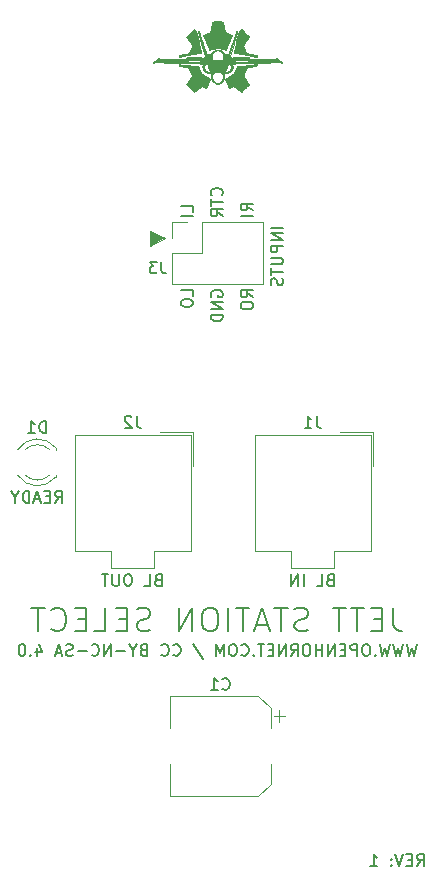
<source format=gbr>
%TF.GenerationSoftware,KiCad,Pcbnew,(5.1.9)-1*%
%TF.CreationDate,2021-09-19T09:11:26-06:00*%
%TF.ProjectId,jett_station_select,6a657474-5f73-4746-9174-696f6e5f7365,rev?*%
%TF.SameCoordinates,Original*%
%TF.FileFunction,Legend,Bot*%
%TF.FilePolarity,Positive*%
%FSLAX46Y46*%
G04 Gerber Fmt 4.6, Leading zero omitted, Abs format (unit mm)*
G04 Created by KiCad (PCBNEW (5.1.9)-1) date 2021-09-19 09:11:26*
%MOMM*%
%LPD*%
G01*
G04 APERTURE LIST*
%ADD10C,0.150000*%
%ADD11C,0.200000*%
%ADD12C,0.100000*%
%ADD13C,0.010000*%
%ADD14C,0.120000*%
G04 APERTURE END LIST*
D10*
X153185755Y-81954677D02*
X152709565Y-81621344D01*
X153185755Y-81383249D02*
X152185755Y-81383249D01*
X152185755Y-81764201D01*
X152233375Y-81859439D01*
X152280994Y-81907058D01*
X152376232Y-81954677D01*
X152519089Y-81954677D01*
X152614327Y-81907058D01*
X152661946Y-81859439D01*
X152709565Y-81764201D01*
X152709565Y-81383249D01*
X153185755Y-82383249D02*
X152185755Y-82383249D01*
X153185755Y-89288963D02*
X152709565Y-88955629D01*
X153185755Y-88717534D02*
X152185755Y-88717534D01*
X152185755Y-89098487D01*
X152233375Y-89193725D01*
X152280994Y-89241344D01*
X152376232Y-89288963D01*
X152519089Y-89288963D01*
X152614327Y-89241344D01*
X152661946Y-89193725D01*
X152709565Y-89098487D01*
X152709565Y-88717534D01*
X152185755Y-89908010D02*
X152185755Y-90098487D01*
X152233375Y-90193725D01*
X152328613Y-90288963D01*
X152519089Y-90336582D01*
X152852422Y-90336582D01*
X153042898Y-90288963D01*
X153138136Y-90193725D01*
X153185755Y-90098487D01*
X153185755Y-89908010D01*
X153138136Y-89812772D01*
X153042898Y-89717534D01*
X152852422Y-89669915D01*
X152519089Y-89669915D01*
X152328613Y-89717534D01*
X152233375Y-89812772D01*
X152185755Y-89908010D01*
X149693375Y-89249344D02*
X149645755Y-89154106D01*
X149645755Y-89011249D01*
X149693375Y-88868391D01*
X149788613Y-88773153D01*
X149883851Y-88725534D01*
X150074327Y-88677915D01*
X150217184Y-88677915D01*
X150407660Y-88725534D01*
X150502898Y-88773153D01*
X150598136Y-88868391D01*
X150645755Y-89011249D01*
X150645755Y-89106487D01*
X150598136Y-89249344D01*
X150550517Y-89296963D01*
X150217184Y-89296963D01*
X150217184Y-89106487D01*
X150645755Y-89725534D02*
X149645755Y-89725534D01*
X150645755Y-90296963D01*
X149645755Y-90296963D01*
X150645755Y-90773153D02*
X149645755Y-90773153D01*
X149645755Y-91011249D01*
X149693375Y-91154106D01*
X149788613Y-91249344D01*
X149883851Y-91296963D01*
X150074327Y-91344582D01*
X150217184Y-91344582D01*
X150407660Y-91296963D01*
X150502898Y-91249344D01*
X150598136Y-91154106D01*
X150645755Y-91011249D01*
X150645755Y-90773153D01*
X148105755Y-89161963D02*
X148105755Y-88685772D01*
X147105755Y-88685772D01*
X147105755Y-89685772D02*
X147105755Y-89876249D01*
X147153375Y-89971487D01*
X147248613Y-90066725D01*
X147439089Y-90114344D01*
X147772422Y-90114344D01*
X147962898Y-90066725D01*
X148058136Y-89971487D01*
X148105755Y-89876249D01*
X148105755Y-89685772D01*
X148058136Y-89590534D01*
X147962898Y-89495296D01*
X147772422Y-89447677D01*
X147439089Y-89447677D01*
X147248613Y-89495296D01*
X147153375Y-89590534D01*
X147105755Y-89685772D01*
X150550517Y-80676820D02*
X150598136Y-80629201D01*
X150645755Y-80486344D01*
X150645755Y-80391106D01*
X150598136Y-80248249D01*
X150502898Y-80153010D01*
X150407660Y-80105391D01*
X150217184Y-80057772D01*
X150074327Y-80057772D01*
X149883851Y-80105391D01*
X149788613Y-80153010D01*
X149693375Y-80248249D01*
X149645755Y-80391106D01*
X149645755Y-80486344D01*
X149693375Y-80629201D01*
X149740994Y-80676820D01*
X149645755Y-80962534D02*
X149645755Y-81533963D01*
X150645755Y-81248249D02*
X149645755Y-81248249D01*
X150645755Y-82438725D02*
X150169565Y-82105391D01*
X150645755Y-81867296D02*
X149645755Y-81867296D01*
X149645755Y-82248249D01*
X149693375Y-82343487D01*
X149740994Y-82391106D01*
X149836232Y-82438725D01*
X149979089Y-82438725D01*
X150074327Y-82391106D01*
X150121946Y-82343487D01*
X150169565Y-82248249D01*
X150169565Y-81867296D01*
X148105755Y-82081677D02*
X148105755Y-81605487D01*
X147105755Y-81605487D01*
X148105755Y-82415010D02*
X147105755Y-82415010D01*
X167074327Y-118673629D02*
X166836232Y-119673629D01*
X166645755Y-118959344D01*
X166455279Y-119673629D01*
X166217184Y-118673629D01*
X165931470Y-118673629D02*
X165693375Y-119673629D01*
X165502898Y-118959344D01*
X165312422Y-119673629D01*
X165074327Y-118673629D01*
X164788613Y-118673629D02*
X164550517Y-119673629D01*
X164360041Y-118959344D01*
X164169565Y-119673629D01*
X163931470Y-118673629D01*
X163550517Y-119578391D02*
X163502898Y-119626010D01*
X163550517Y-119673629D01*
X163598136Y-119626010D01*
X163550517Y-119578391D01*
X163550517Y-119673629D01*
X162883851Y-118673629D02*
X162693375Y-118673629D01*
X162598136Y-118721249D01*
X162502898Y-118816487D01*
X162455279Y-119006963D01*
X162455279Y-119340296D01*
X162502898Y-119530772D01*
X162598136Y-119626010D01*
X162693375Y-119673629D01*
X162883851Y-119673629D01*
X162979089Y-119626010D01*
X163074327Y-119530772D01*
X163121946Y-119340296D01*
X163121946Y-119006963D01*
X163074327Y-118816487D01*
X162979089Y-118721249D01*
X162883851Y-118673629D01*
X162026708Y-119673629D02*
X162026708Y-118673629D01*
X161645755Y-118673629D01*
X161550517Y-118721249D01*
X161502898Y-118768868D01*
X161455279Y-118864106D01*
X161455279Y-119006963D01*
X161502898Y-119102201D01*
X161550517Y-119149820D01*
X161645755Y-119197439D01*
X162026708Y-119197439D01*
X161026708Y-119149820D02*
X160693375Y-119149820D01*
X160550517Y-119673629D02*
X161026708Y-119673629D01*
X161026708Y-118673629D01*
X160550517Y-118673629D01*
X160121946Y-119673629D02*
X160121946Y-118673629D01*
X159550517Y-119673629D01*
X159550517Y-118673629D01*
X159074327Y-119673629D02*
X159074327Y-118673629D01*
X159074327Y-119149820D02*
X158502898Y-119149820D01*
X158502898Y-119673629D02*
X158502898Y-118673629D01*
X157836232Y-118673629D02*
X157645755Y-118673629D01*
X157550517Y-118721249D01*
X157455279Y-118816487D01*
X157407660Y-119006963D01*
X157407660Y-119340296D01*
X157455279Y-119530772D01*
X157550517Y-119626010D01*
X157645755Y-119673629D01*
X157836232Y-119673629D01*
X157931470Y-119626010D01*
X158026708Y-119530772D01*
X158074327Y-119340296D01*
X158074327Y-119006963D01*
X158026708Y-118816487D01*
X157931470Y-118721249D01*
X157836232Y-118673629D01*
X156407660Y-119673629D02*
X156740994Y-119197439D01*
X156979089Y-119673629D02*
X156979089Y-118673629D01*
X156598136Y-118673629D01*
X156502898Y-118721249D01*
X156455279Y-118768868D01*
X156407660Y-118864106D01*
X156407660Y-119006963D01*
X156455279Y-119102201D01*
X156502898Y-119149820D01*
X156598136Y-119197439D01*
X156979089Y-119197439D01*
X155979089Y-119673629D02*
X155979089Y-118673629D01*
X155407660Y-119673629D01*
X155407660Y-118673629D01*
X154931470Y-119149820D02*
X154598136Y-119149820D01*
X154455279Y-119673629D02*
X154931470Y-119673629D01*
X154931470Y-118673629D01*
X154455279Y-118673629D01*
X154169565Y-118673629D02*
X153598136Y-118673629D01*
X153883851Y-119673629D02*
X153883851Y-118673629D01*
X153264803Y-119578391D02*
X153217184Y-119626010D01*
X153264803Y-119673629D01*
X153312422Y-119626010D01*
X153264803Y-119578391D01*
X153264803Y-119673629D01*
X152217184Y-119578391D02*
X152264803Y-119626010D01*
X152407660Y-119673629D01*
X152502898Y-119673629D01*
X152645755Y-119626010D01*
X152740994Y-119530772D01*
X152788613Y-119435534D01*
X152836232Y-119245058D01*
X152836232Y-119102201D01*
X152788613Y-118911725D01*
X152740994Y-118816487D01*
X152645755Y-118721249D01*
X152502898Y-118673629D01*
X152407660Y-118673629D01*
X152264803Y-118721249D01*
X152217184Y-118768868D01*
X151598136Y-118673629D02*
X151407660Y-118673629D01*
X151312422Y-118721249D01*
X151217184Y-118816487D01*
X151169565Y-119006963D01*
X151169565Y-119340296D01*
X151217184Y-119530772D01*
X151312422Y-119626010D01*
X151407660Y-119673629D01*
X151598136Y-119673629D01*
X151693375Y-119626010D01*
X151788613Y-119530772D01*
X151836232Y-119340296D01*
X151836232Y-119006963D01*
X151788613Y-118816487D01*
X151693375Y-118721249D01*
X151598136Y-118673629D01*
X150740994Y-119673629D02*
X150740994Y-118673629D01*
X150407660Y-119387915D01*
X150074327Y-118673629D01*
X150074327Y-119673629D01*
X148121946Y-118626010D02*
X148979089Y-119911725D01*
X146455279Y-119578391D02*
X146502898Y-119626010D01*
X146645755Y-119673629D01*
X146740994Y-119673629D01*
X146883851Y-119626010D01*
X146979089Y-119530772D01*
X147026708Y-119435534D01*
X147074327Y-119245058D01*
X147074327Y-119102201D01*
X147026708Y-118911725D01*
X146979089Y-118816487D01*
X146883851Y-118721249D01*
X146740994Y-118673629D01*
X146645755Y-118673629D01*
X146502898Y-118721249D01*
X146455279Y-118768868D01*
X145455279Y-119578391D02*
X145502898Y-119626010D01*
X145645755Y-119673629D01*
X145740994Y-119673629D01*
X145883851Y-119626010D01*
X145979089Y-119530772D01*
X146026708Y-119435534D01*
X146074327Y-119245058D01*
X146074327Y-119102201D01*
X146026708Y-118911725D01*
X145979089Y-118816487D01*
X145883851Y-118721249D01*
X145740994Y-118673629D01*
X145645755Y-118673629D01*
X145502898Y-118721249D01*
X145455279Y-118768868D01*
X143931470Y-119149820D02*
X143788613Y-119197439D01*
X143740994Y-119245058D01*
X143693375Y-119340296D01*
X143693375Y-119483153D01*
X143740994Y-119578391D01*
X143788613Y-119626010D01*
X143883851Y-119673629D01*
X144264803Y-119673629D01*
X144264803Y-118673629D01*
X143931470Y-118673629D01*
X143836232Y-118721249D01*
X143788613Y-118768868D01*
X143740994Y-118864106D01*
X143740994Y-118959344D01*
X143788613Y-119054582D01*
X143836232Y-119102201D01*
X143931470Y-119149820D01*
X144264803Y-119149820D01*
X143074327Y-119197439D02*
X143074327Y-119673629D01*
X143407660Y-118673629D02*
X143074327Y-119197439D01*
X142740994Y-118673629D01*
X142407660Y-119292677D02*
X141645755Y-119292677D01*
X141169565Y-119673629D02*
X141169565Y-118673629D01*
X140598136Y-119673629D01*
X140598136Y-118673629D01*
X139550517Y-119578391D02*
X139598136Y-119626010D01*
X139740994Y-119673629D01*
X139836232Y-119673629D01*
X139979089Y-119626010D01*
X140074327Y-119530772D01*
X140121946Y-119435534D01*
X140169565Y-119245058D01*
X140169565Y-119102201D01*
X140121946Y-118911725D01*
X140074327Y-118816487D01*
X139979089Y-118721249D01*
X139836232Y-118673629D01*
X139740994Y-118673629D01*
X139598136Y-118721249D01*
X139550517Y-118768868D01*
X139121946Y-119292677D02*
X138360041Y-119292677D01*
X137931470Y-119626010D02*
X137788613Y-119673629D01*
X137550517Y-119673629D01*
X137455279Y-119626010D01*
X137407660Y-119578391D01*
X137360041Y-119483153D01*
X137360041Y-119387915D01*
X137407660Y-119292677D01*
X137455279Y-119245058D01*
X137550517Y-119197439D01*
X137740994Y-119149820D01*
X137836232Y-119102201D01*
X137883851Y-119054582D01*
X137931470Y-118959344D01*
X137931470Y-118864106D01*
X137883851Y-118768868D01*
X137836232Y-118721249D01*
X137740994Y-118673629D01*
X137502898Y-118673629D01*
X137360041Y-118721249D01*
X136979089Y-119387915D02*
X136502898Y-119387915D01*
X137074327Y-119673629D02*
X136740994Y-118673629D01*
X136407660Y-119673629D01*
X134883851Y-119006963D02*
X134883851Y-119673629D01*
X135121946Y-118626010D02*
X135360041Y-119340296D01*
X134740994Y-119340296D01*
X134360041Y-119578391D02*
X134312422Y-119626010D01*
X134360041Y-119673629D01*
X134407660Y-119626010D01*
X134360041Y-119578391D01*
X134360041Y-119673629D01*
X133693375Y-118673629D02*
X133598136Y-118673629D01*
X133502898Y-118721249D01*
X133455279Y-118768868D01*
X133407660Y-118864106D01*
X133360041Y-119054582D01*
X133360041Y-119292677D01*
X133407660Y-119483153D01*
X133455279Y-119578391D01*
X133502898Y-119626010D01*
X133598136Y-119673629D01*
X133693375Y-119673629D01*
X133788613Y-119626010D01*
X133836232Y-119578391D01*
X133883851Y-119483153D01*
X133931470Y-119292677D01*
X133931470Y-119054582D01*
X133883851Y-118864106D01*
X133836232Y-118768868D01*
X133788613Y-118721249D01*
X133693375Y-118673629D01*
X167100041Y-137453629D02*
X167433375Y-136977439D01*
X167671470Y-137453629D02*
X167671470Y-136453629D01*
X167290517Y-136453629D01*
X167195279Y-136501249D01*
X167147660Y-136548868D01*
X167100041Y-136644106D01*
X167100041Y-136786963D01*
X167147660Y-136882201D01*
X167195279Y-136929820D01*
X167290517Y-136977439D01*
X167671470Y-136977439D01*
X166671470Y-136929820D02*
X166338136Y-136929820D01*
X166195279Y-137453629D02*
X166671470Y-137453629D01*
X166671470Y-136453629D01*
X166195279Y-136453629D01*
X165909565Y-136453629D02*
X165576232Y-137453629D01*
X165242898Y-136453629D01*
X164909565Y-137358391D02*
X164861946Y-137406010D01*
X164909565Y-137453629D01*
X164957184Y-137406010D01*
X164909565Y-137358391D01*
X164909565Y-137453629D01*
X164909565Y-136834582D02*
X164861946Y-136882201D01*
X164909565Y-136929820D01*
X164957184Y-136882201D01*
X164909565Y-136834582D01*
X164909565Y-136929820D01*
X163147660Y-137453629D02*
X163719089Y-137453629D01*
X163433375Y-137453629D02*
X163433375Y-136453629D01*
X163528613Y-136596487D01*
X163623851Y-136691725D01*
X163719089Y-136739344D01*
D11*
X165098136Y-115586010D02*
X165098136Y-117014582D01*
X165193375Y-117300296D01*
X165383851Y-117490772D01*
X165669565Y-117586010D01*
X165860041Y-117586010D01*
X164145755Y-116538391D02*
X163479089Y-116538391D01*
X163193375Y-117586010D02*
X164145755Y-117586010D01*
X164145755Y-115586010D01*
X163193375Y-115586010D01*
X162621946Y-115586010D02*
X161479089Y-115586010D01*
X162050517Y-117586010D02*
X162050517Y-115586010D01*
X161098136Y-115586010D02*
X159955279Y-115586010D01*
X160526708Y-117586010D02*
X160526708Y-115586010D01*
X157860041Y-117490772D02*
X157574327Y-117586010D01*
X157098136Y-117586010D01*
X156907660Y-117490772D01*
X156812422Y-117395534D01*
X156717184Y-117205058D01*
X156717184Y-117014582D01*
X156812422Y-116824106D01*
X156907660Y-116728868D01*
X157098136Y-116633629D01*
X157479089Y-116538391D01*
X157669565Y-116443153D01*
X157764803Y-116347915D01*
X157860041Y-116157439D01*
X157860041Y-115966963D01*
X157764803Y-115776487D01*
X157669565Y-115681249D01*
X157479089Y-115586010D01*
X157002898Y-115586010D01*
X156717184Y-115681249D01*
X156145755Y-115586010D02*
X155002898Y-115586010D01*
X155574327Y-117586010D02*
X155574327Y-115586010D01*
X154431470Y-117014582D02*
X153479089Y-117014582D01*
X154621946Y-117586010D02*
X153955279Y-115586010D01*
X153288613Y-117586010D01*
X152907660Y-115586010D02*
X151764803Y-115586010D01*
X152336232Y-117586010D02*
X152336232Y-115586010D01*
X151098136Y-117586010D02*
X151098136Y-115586010D01*
X149764803Y-115586010D02*
X149383851Y-115586010D01*
X149193375Y-115681249D01*
X149002898Y-115871725D01*
X148907660Y-116252677D01*
X148907660Y-116919344D01*
X149002898Y-117300296D01*
X149193375Y-117490772D01*
X149383851Y-117586010D01*
X149764803Y-117586010D01*
X149955279Y-117490772D01*
X150145755Y-117300296D01*
X150240994Y-116919344D01*
X150240994Y-116252677D01*
X150145755Y-115871725D01*
X149955279Y-115681249D01*
X149764803Y-115586010D01*
X148050517Y-117586010D02*
X148050517Y-115586010D01*
X146907660Y-117586010D01*
X146907660Y-115586010D01*
X144526708Y-117490772D02*
X144240994Y-117586010D01*
X143764803Y-117586010D01*
X143574327Y-117490772D01*
X143479089Y-117395534D01*
X143383851Y-117205058D01*
X143383851Y-117014582D01*
X143479089Y-116824106D01*
X143574327Y-116728868D01*
X143764803Y-116633629D01*
X144145755Y-116538391D01*
X144336232Y-116443153D01*
X144431470Y-116347915D01*
X144526708Y-116157439D01*
X144526708Y-115966963D01*
X144431470Y-115776487D01*
X144336232Y-115681249D01*
X144145755Y-115586010D01*
X143669565Y-115586010D01*
X143383851Y-115681249D01*
X142526708Y-116538391D02*
X141860041Y-116538391D01*
X141574327Y-117586010D02*
X142526708Y-117586010D01*
X142526708Y-115586010D01*
X141574327Y-115586010D01*
X139764803Y-117586010D02*
X140717184Y-117586010D01*
X140717184Y-115586010D01*
X139098136Y-116538391D02*
X138431470Y-116538391D01*
X138145755Y-117586010D02*
X139098136Y-117586010D01*
X139098136Y-115586010D01*
X138145755Y-115586010D01*
X136145755Y-117395534D02*
X136240994Y-117490772D01*
X136526708Y-117586010D01*
X136717184Y-117586010D01*
X137002898Y-117490772D01*
X137193375Y-117300296D01*
X137288613Y-117109820D01*
X137383851Y-116728868D01*
X137383851Y-116443153D01*
X137288613Y-116062201D01*
X137193375Y-115871725D01*
X137002898Y-115681249D01*
X136717184Y-115586010D01*
X136526708Y-115586010D01*
X136240994Y-115681249D01*
X136145755Y-115776487D01*
X135574327Y-115586010D02*
X134431470Y-115586010D01*
X135002898Y-117586010D02*
X135002898Y-115586010D01*
D12*
G36*
X145748375Y-84296249D02*
G01*
X144478375Y-84931249D01*
X144478375Y-83661249D01*
X145748375Y-84296249D01*
G37*
X145748375Y-84296249D02*
X144478375Y-84931249D01*
X144478375Y-83661249D01*
X145748375Y-84296249D01*
D13*
%TO.C,LOGO1*%
G36*
X153492245Y-69574418D02*
G01*
X153479432Y-69575787D01*
X153459201Y-69578002D01*
X153432049Y-69581004D01*
X153398472Y-69584738D01*
X153358969Y-69589148D01*
X153314035Y-69594178D01*
X153264168Y-69599771D01*
X153209866Y-69605871D01*
X153151624Y-69612422D01*
X153089941Y-69619367D01*
X153025313Y-69626651D01*
X152958237Y-69634217D01*
X152889210Y-69642009D01*
X152818730Y-69649970D01*
X152747294Y-69658045D01*
X152675397Y-69666177D01*
X152603539Y-69674310D01*
X152532215Y-69682388D01*
X152461923Y-69690354D01*
X152393159Y-69698153D01*
X152326422Y-69705727D01*
X152262207Y-69713022D01*
X152201012Y-69719980D01*
X152143334Y-69726545D01*
X152089670Y-69732662D01*
X152040517Y-69738273D01*
X151996373Y-69743323D01*
X151957733Y-69747755D01*
X151925096Y-69751514D01*
X151898959Y-69754542D01*
X151879817Y-69756785D01*
X151868169Y-69758184D01*
X151865113Y-69758578D01*
X151853552Y-69761036D01*
X151847764Y-69765399D01*
X151845175Y-69773007D01*
X151842928Y-69779420D01*
X151837537Y-69792647D01*
X151829395Y-69811812D01*
X151818897Y-69836039D01*
X151806437Y-69864449D01*
X151792409Y-69896166D01*
X151777207Y-69930314D01*
X151761225Y-69966015D01*
X151744858Y-70002393D01*
X151728500Y-70038570D01*
X151712546Y-70073671D01*
X151697388Y-70106817D01*
X151683422Y-70137132D01*
X151671042Y-70163739D01*
X151660642Y-70185762D01*
X151652616Y-70202323D01*
X151648682Y-70210081D01*
X151627811Y-70245416D01*
X151601196Y-70283580D01*
X151570274Y-70322919D01*
X151536485Y-70361779D01*
X151501268Y-70398508D01*
X151466060Y-70431451D01*
X151432301Y-70458957D01*
X151431808Y-70459323D01*
X151424190Y-70464395D01*
X151409969Y-70473282D01*
X151389868Y-70485557D01*
X151364613Y-70500794D01*
X151334929Y-70518568D01*
X151301540Y-70538453D01*
X151265172Y-70560024D01*
X151226549Y-70582854D01*
X151186396Y-70606518D01*
X151145438Y-70630590D01*
X151104399Y-70654645D01*
X151064005Y-70678257D01*
X151024981Y-70700999D01*
X150988050Y-70722447D01*
X150953939Y-70742174D01*
X150923371Y-70759755D01*
X150897073Y-70774764D01*
X150875767Y-70786775D01*
X150860181Y-70795363D01*
X150854902Y-70798166D01*
X150836034Y-70807965D01*
X150996323Y-71195315D01*
X151024781Y-71263943D01*
X151050895Y-71326618D01*
X151074576Y-71383138D01*
X151095737Y-71433297D01*
X151114291Y-71476891D01*
X151130149Y-71513716D01*
X151143225Y-71543569D01*
X151153430Y-71566244D01*
X151160677Y-71581538D01*
X151164880Y-71589246D01*
X151165562Y-71590074D01*
X151176442Y-71595791D01*
X151185371Y-71597482D01*
X151191399Y-71595535D01*
X151204015Y-71589978D01*
X151222363Y-71581236D01*
X151245588Y-71569735D01*
X151272833Y-71555901D01*
X151303244Y-71540159D01*
X151335966Y-71522936D01*
X151347032Y-71517049D01*
X151386269Y-71496174D01*
X151418827Y-71479031D01*
X151445465Y-71465310D01*
X151466943Y-71454697D01*
X151484021Y-71446882D01*
X151497459Y-71441555D01*
X151508015Y-71438403D01*
X151516451Y-71437115D01*
X151523525Y-71437380D01*
X151529997Y-71438888D01*
X151534191Y-71440367D01*
X151539035Y-71443263D01*
X151550352Y-71450620D01*
X151567640Y-71462100D01*
X151590399Y-71477362D01*
X151618127Y-71496068D01*
X151650324Y-71517877D01*
X151686488Y-71542450D01*
X151726119Y-71569448D01*
X151768715Y-71598531D01*
X151813775Y-71629359D01*
X151860798Y-71661594D01*
X151871541Y-71668967D01*
X151927697Y-71707512D01*
X151977307Y-71741534D01*
X152020809Y-71771299D01*
X152058639Y-71797070D01*
X152091234Y-71819115D01*
X152119032Y-71837697D01*
X152142469Y-71853082D01*
X152161982Y-71865535D01*
X152178009Y-71875322D01*
X152190985Y-71882707D01*
X152201349Y-71887957D01*
X152209538Y-71891335D01*
X152215987Y-71893108D01*
X152221135Y-71893540D01*
X152225418Y-71892897D01*
X152229273Y-71891444D01*
X152233138Y-71889446D01*
X152234025Y-71888964D01*
X152238564Y-71885147D01*
X152248558Y-71875813D01*
X152263507Y-71861461D01*
X152282913Y-71842589D01*
X152306279Y-71819696D01*
X152333105Y-71793280D01*
X152362894Y-71763839D01*
X152395147Y-71731871D01*
X152429365Y-71697876D01*
X152465050Y-71662350D01*
X152501705Y-71625793D01*
X152538830Y-71588702D01*
X152575928Y-71551577D01*
X152612499Y-71514914D01*
X152648046Y-71479214D01*
X152682070Y-71444973D01*
X152714074Y-71412691D01*
X152743557Y-71382865D01*
X152770023Y-71355994D01*
X152792973Y-71332576D01*
X152811909Y-71313109D01*
X152826331Y-71298093D01*
X152835743Y-71288024D01*
X152839645Y-71283402D01*
X152839664Y-71283367D01*
X152843840Y-71274118D01*
X152845649Y-71265203D01*
X152844660Y-71255452D01*
X152840436Y-71243694D01*
X152832544Y-71228758D01*
X152820549Y-71209474D01*
X152804018Y-71184671D01*
X152801895Y-71181542D01*
X152792258Y-71167397D01*
X152778320Y-71146994D01*
X152760574Y-71121056D01*
X152739515Y-71090304D01*
X152715636Y-71055457D01*
X152689431Y-71017236D01*
X152661396Y-70976364D01*
X152632023Y-70933560D01*
X152601808Y-70889545D01*
X152574854Y-70850299D01*
X152545473Y-70807458D01*
X152517399Y-70766393D01*
X152491017Y-70727676D01*
X152466711Y-70691875D01*
X152444865Y-70659561D01*
X152425864Y-70631305D01*
X152410092Y-70607676D01*
X152397934Y-70589244D01*
X152389774Y-70576580D01*
X152385996Y-70570254D01*
X152385868Y-70569976D01*
X152381766Y-70556885D01*
X152380075Y-70544696D01*
X152381639Y-70538588D01*
X152386139Y-70525374D01*
X152393284Y-70505779D01*
X152402785Y-70480524D01*
X152414352Y-70450333D01*
X152427694Y-70415928D01*
X152442521Y-70378032D01*
X152458545Y-70337369D01*
X152475474Y-70294661D01*
X152493019Y-70250631D01*
X152510890Y-70206002D01*
X152528796Y-70161498D01*
X152546449Y-70117840D01*
X152563557Y-70075752D01*
X152579831Y-70035958D01*
X152594982Y-69999179D01*
X152608718Y-69966139D01*
X152620751Y-69937560D01*
X152630789Y-69914166D01*
X152638544Y-69896680D01*
X152643725Y-69885824D01*
X152645636Y-69882592D01*
X152654397Y-69873344D01*
X152662232Y-69866892D01*
X152663187Y-69866327D01*
X152668272Y-69865034D01*
X152681103Y-69862318D01*
X152701100Y-69858291D01*
X152727681Y-69853063D01*
X152760268Y-69846746D01*
X152798278Y-69839452D01*
X152841132Y-69831291D01*
X152888250Y-69822375D01*
X152939050Y-69812814D01*
X152992953Y-69802721D01*
X153049378Y-69792206D01*
X153072306Y-69787947D01*
X153145580Y-69774311D01*
X153210810Y-69762090D01*
X153268289Y-69751225D01*
X153318309Y-69741657D01*
X153361164Y-69733328D01*
X153397147Y-69726180D01*
X153426550Y-69720154D01*
X153449668Y-69715191D01*
X153466793Y-69711234D01*
X153478218Y-69708224D01*
X153484237Y-69706103D01*
X153484975Y-69705673D01*
X153493275Y-69698570D01*
X153499108Y-69690212D01*
X153502888Y-69679031D01*
X153505029Y-69663461D01*
X153505945Y-69641935D01*
X153506079Y-69625807D01*
X153506038Y-69604129D01*
X153505692Y-69589523D01*
X153504801Y-69580596D01*
X153503126Y-69575955D01*
X153500425Y-69574204D01*
X153497142Y-69573948D01*
X153492245Y-69574418D01*
G37*
X153492245Y-69574418D02*
X153479432Y-69575787D01*
X153459201Y-69578002D01*
X153432049Y-69581004D01*
X153398472Y-69584738D01*
X153358969Y-69589148D01*
X153314035Y-69594178D01*
X153264168Y-69599771D01*
X153209866Y-69605871D01*
X153151624Y-69612422D01*
X153089941Y-69619367D01*
X153025313Y-69626651D01*
X152958237Y-69634217D01*
X152889210Y-69642009D01*
X152818730Y-69649970D01*
X152747294Y-69658045D01*
X152675397Y-69666177D01*
X152603539Y-69674310D01*
X152532215Y-69682388D01*
X152461923Y-69690354D01*
X152393159Y-69698153D01*
X152326422Y-69705727D01*
X152262207Y-69713022D01*
X152201012Y-69719980D01*
X152143334Y-69726545D01*
X152089670Y-69732662D01*
X152040517Y-69738273D01*
X151996373Y-69743323D01*
X151957733Y-69747755D01*
X151925096Y-69751514D01*
X151898959Y-69754542D01*
X151879817Y-69756785D01*
X151868169Y-69758184D01*
X151865113Y-69758578D01*
X151853552Y-69761036D01*
X151847764Y-69765399D01*
X151845175Y-69773007D01*
X151842928Y-69779420D01*
X151837537Y-69792647D01*
X151829395Y-69811812D01*
X151818897Y-69836039D01*
X151806437Y-69864449D01*
X151792409Y-69896166D01*
X151777207Y-69930314D01*
X151761225Y-69966015D01*
X151744858Y-70002393D01*
X151728500Y-70038570D01*
X151712546Y-70073671D01*
X151697388Y-70106817D01*
X151683422Y-70137132D01*
X151671042Y-70163739D01*
X151660642Y-70185762D01*
X151652616Y-70202323D01*
X151648682Y-70210081D01*
X151627811Y-70245416D01*
X151601196Y-70283580D01*
X151570274Y-70322919D01*
X151536485Y-70361779D01*
X151501268Y-70398508D01*
X151466060Y-70431451D01*
X151432301Y-70458957D01*
X151431808Y-70459323D01*
X151424190Y-70464395D01*
X151409969Y-70473282D01*
X151389868Y-70485557D01*
X151364613Y-70500794D01*
X151334929Y-70518568D01*
X151301540Y-70538453D01*
X151265172Y-70560024D01*
X151226549Y-70582854D01*
X151186396Y-70606518D01*
X151145438Y-70630590D01*
X151104399Y-70654645D01*
X151064005Y-70678257D01*
X151024981Y-70700999D01*
X150988050Y-70722447D01*
X150953939Y-70742174D01*
X150923371Y-70759755D01*
X150897073Y-70774764D01*
X150875767Y-70786775D01*
X150860181Y-70795363D01*
X150854902Y-70798166D01*
X150836034Y-70807965D01*
X150996323Y-71195315D01*
X151024781Y-71263943D01*
X151050895Y-71326618D01*
X151074576Y-71383138D01*
X151095737Y-71433297D01*
X151114291Y-71476891D01*
X151130149Y-71513716D01*
X151143225Y-71543569D01*
X151153430Y-71566244D01*
X151160677Y-71581538D01*
X151164880Y-71589246D01*
X151165562Y-71590074D01*
X151176442Y-71595791D01*
X151185371Y-71597482D01*
X151191399Y-71595535D01*
X151204015Y-71589978D01*
X151222363Y-71581236D01*
X151245588Y-71569735D01*
X151272833Y-71555901D01*
X151303244Y-71540159D01*
X151335966Y-71522936D01*
X151347032Y-71517049D01*
X151386269Y-71496174D01*
X151418827Y-71479031D01*
X151445465Y-71465310D01*
X151466943Y-71454697D01*
X151484021Y-71446882D01*
X151497459Y-71441555D01*
X151508015Y-71438403D01*
X151516451Y-71437115D01*
X151523525Y-71437380D01*
X151529997Y-71438888D01*
X151534191Y-71440367D01*
X151539035Y-71443263D01*
X151550352Y-71450620D01*
X151567640Y-71462100D01*
X151590399Y-71477362D01*
X151618127Y-71496068D01*
X151650324Y-71517877D01*
X151686488Y-71542450D01*
X151726119Y-71569448D01*
X151768715Y-71598531D01*
X151813775Y-71629359D01*
X151860798Y-71661594D01*
X151871541Y-71668967D01*
X151927697Y-71707512D01*
X151977307Y-71741534D01*
X152020809Y-71771299D01*
X152058639Y-71797070D01*
X152091234Y-71819115D01*
X152119032Y-71837697D01*
X152142469Y-71853082D01*
X152161982Y-71865535D01*
X152178009Y-71875322D01*
X152190985Y-71882707D01*
X152201349Y-71887957D01*
X152209538Y-71891335D01*
X152215987Y-71893108D01*
X152221135Y-71893540D01*
X152225418Y-71892897D01*
X152229273Y-71891444D01*
X152233138Y-71889446D01*
X152234025Y-71888964D01*
X152238564Y-71885147D01*
X152248558Y-71875813D01*
X152263507Y-71861461D01*
X152282913Y-71842589D01*
X152306279Y-71819696D01*
X152333105Y-71793280D01*
X152362894Y-71763839D01*
X152395147Y-71731871D01*
X152429365Y-71697876D01*
X152465050Y-71662350D01*
X152501705Y-71625793D01*
X152538830Y-71588702D01*
X152575928Y-71551577D01*
X152612499Y-71514914D01*
X152648046Y-71479214D01*
X152682070Y-71444973D01*
X152714074Y-71412691D01*
X152743557Y-71382865D01*
X152770023Y-71355994D01*
X152792973Y-71332576D01*
X152811909Y-71313109D01*
X152826331Y-71298093D01*
X152835743Y-71288024D01*
X152839645Y-71283402D01*
X152839664Y-71283367D01*
X152843840Y-71274118D01*
X152845649Y-71265203D01*
X152844660Y-71255452D01*
X152840436Y-71243694D01*
X152832544Y-71228758D01*
X152820549Y-71209474D01*
X152804018Y-71184671D01*
X152801895Y-71181542D01*
X152792258Y-71167397D01*
X152778320Y-71146994D01*
X152760574Y-71121056D01*
X152739515Y-71090304D01*
X152715636Y-71055457D01*
X152689431Y-71017236D01*
X152661396Y-70976364D01*
X152632023Y-70933560D01*
X152601808Y-70889545D01*
X152574854Y-70850299D01*
X152545473Y-70807458D01*
X152517399Y-70766393D01*
X152491017Y-70727676D01*
X152466711Y-70691875D01*
X152444865Y-70659561D01*
X152425864Y-70631305D01*
X152410092Y-70607676D01*
X152397934Y-70589244D01*
X152389774Y-70576580D01*
X152385996Y-70570254D01*
X152385868Y-70569976D01*
X152381766Y-70556885D01*
X152380075Y-70544696D01*
X152381639Y-70538588D01*
X152386139Y-70525374D01*
X152393284Y-70505779D01*
X152402785Y-70480524D01*
X152414352Y-70450333D01*
X152427694Y-70415928D01*
X152442521Y-70378032D01*
X152458545Y-70337369D01*
X152475474Y-70294661D01*
X152493019Y-70250631D01*
X152510890Y-70206002D01*
X152528796Y-70161498D01*
X152546449Y-70117840D01*
X152563557Y-70075752D01*
X152579831Y-70035958D01*
X152594982Y-69999179D01*
X152608718Y-69966139D01*
X152620751Y-69937560D01*
X152630789Y-69914166D01*
X152638544Y-69896680D01*
X152643725Y-69885824D01*
X152645636Y-69882592D01*
X152654397Y-69873344D01*
X152662232Y-69866892D01*
X152663187Y-69866327D01*
X152668272Y-69865034D01*
X152681103Y-69862318D01*
X152701100Y-69858291D01*
X152727681Y-69853063D01*
X152760268Y-69846746D01*
X152798278Y-69839452D01*
X152841132Y-69831291D01*
X152888250Y-69822375D01*
X152939050Y-69812814D01*
X152992953Y-69802721D01*
X153049378Y-69792206D01*
X153072306Y-69787947D01*
X153145580Y-69774311D01*
X153210810Y-69762090D01*
X153268289Y-69751225D01*
X153318309Y-69741657D01*
X153361164Y-69733328D01*
X153397147Y-69726180D01*
X153426550Y-69720154D01*
X153449668Y-69715191D01*
X153466793Y-69711234D01*
X153478218Y-69708224D01*
X153484237Y-69706103D01*
X153484975Y-69705673D01*
X153493275Y-69698570D01*
X153499108Y-69690212D01*
X153502888Y-69679031D01*
X153505029Y-69663461D01*
X153505945Y-69641935D01*
X153506079Y-69625807D01*
X153506038Y-69604129D01*
X153505692Y-69589523D01*
X153504801Y-69580596D01*
X153503126Y-69575955D01*
X153500425Y-69574204D01*
X153497142Y-69573948D01*
X153492245Y-69574418D01*
G36*
X146912078Y-69574220D02*
G01*
X146909242Y-69575995D01*
X146907548Y-69580712D01*
X146906701Y-69589810D01*
X146906408Y-69604730D01*
X146906375Y-69622768D01*
X146907071Y-69651408D01*
X146909376Y-69672928D01*
X146913616Y-69688575D01*
X146920117Y-69699598D01*
X146928246Y-69706647D01*
X146933835Y-69708361D01*
X146947225Y-69711489D01*
X146967887Y-69715925D01*
X146995294Y-69721567D01*
X147028916Y-69728310D01*
X147068225Y-69736051D01*
X147112692Y-69744684D01*
X147161789Y-69754107D01*
X147214988Y-69764216D01*
X147271760Y-69774906D01*
X147331575Y-69786073D01*
X147339907Y-69787621D01*
X147397140Y-69798275D01*
X147452076Y-69808548D01*
X147504134Y-69818331D01*
X147552735Y-69827511D01*
X147597298Y-69835978D01*
X147637244Y-69843620D01*
X147671992Y-69850326D01*
X147700962Y-69855985D01*
X147723574Y-69860487D01*
X147739248Y-69863719D01*
X147747403Y-69865570D01*
X147748424Y-69865896D01*
X147752714Y-69868524D01*
X147756921Y-69871960D01*
X147761277Y-69876716D01*
X147766013Y-69883301D01*
X147771359Y-69892226D01*
X147777548Y-69904002D01*
X147784809Y-69919140D01*
X147793374Y-69938149D01*
X147803474Y-69961540D01*
X147815340Y-69989825D01*
X147829203Y-70023513D01*
X147845294Y-70063115D01*
X147863844Y-70109142D01*
X147885083Y-70162104D01*
X147905097Y-70212136D01*
X147931365Y-70278014D01*
X147954441Y-70336248D01*
X147974393Y-70387010D01*
X147991285Y-70430472D01*
X148005182Y-70466805D01*
X148016150Y-70496180D01*
X148024254Y-70518771D01*
X148029559Y-70534747D01*
X148032132Y-70544282D01*
X148032415Y-70546569D01*
X148030699Y-70560768D01*
X148026574Y-70573562D01*
X148026275Y-70574153D01*
X148023011Y-70579329D01*
X148015306Y-70590961D01*
X148003513Y-70608528D01*
X147987986Y-70631512D01*
X147969081Y-70659389D01*
X147947150Y-70691640D01*
X147922547Y-70727744D01*
X147895628Y-70767180D01*
X147866746Y-70809428D01*
X147836255Y-70853966D01*
X147807518Y-70895887D01*
X147775676Y-70942310D01*
X147744964Y-70987089D01*
X147715752Y-71029681D01*
X147688412Y-71069547D01*
X147663315Y-71106145D01*
X147640830Y-71138935D01*
X147621330Y-71167376D01*
X147605184Y-71190927D01*
X147592765Y-71209048D01*
X147584441Y-71221197D01*
X147580825Y-71226482D01*
X147570208Y-71245814D01*
X147566775Y-71262433D01*
X147566973Y-71265112D01*
X147567794Y-71268133D01*
X147569579Y-71271852D01*
X147572667Y-71276627D01*
X147577400Y-71282814D01*
X147584116Y-71290772D01*
X147593157Y-71300856D01*
X147604862Y-71313425D01*
X147619573Y-71328836D01*
X147637628Y-71347445D01*
X147659369Y-71369611D01*
X147685136Y-71395690D01*
X147715268Y-71426039D01*
X147750107Y-71461016D01*
X147789992Y-71500979D01*
X147835264Y-71546283D01*
X147874782Y-71585808D01*
X147925677Y-71636764D01*
X147970893Y-71682100D01*
X148010813Y-71722108D01*
X148045821Y-71757079D01*
X148076299Y-71787302D01*
X148102632Y-71813070D01*
X148125202Y-71834672D01*
X148144393Y-71852400D01*
X148160589Y-71866545D01*
X148174171Y-71877397D01*
X148185525Y-71885247D01*
X148195034Y-71890386D01*
X148203080Y-71893104D01*
X148210047Y-71893694D01*
X148216318Y-71892445D01*
X148222277Y-71889648D01*
X148228308Y-71885594D01*
X148234792Y-71880574D01*
X148242115Y-71874879D01*
X148249148Y-71869817D01*
X148258037Y-71863739D01*
X148273315Y-71853276D01*
X148294393Y-71838831D01*
X148320678Y-71820812D01*
X148351581Y-71799622D01*
X148386510Y-71775667D01*
X148424875Y-71749353D01*
X148466084Y-71721084D01*
X148509548Y-71691265D01*
X148554674Y-71660303D01*
X148580424Y-71642633D01*
X148633170Y-71606457D01*
X148679412Y-71574794D01*
X148719609Y-71547345D01*
X148754223Y-71523810D01*
X148783715Y-71503890D01*
X148808544Y-71487286D01*
X148829173Y-71473698D01*
X148846062Y-71462827D01*
X148859672Y-71454375D01*
X148870464Y-71448040D01*
X148878898Y-71443524D01*
X148885436Y-71440528D01*
X148890538Y-71438753D01*
X148894665Y-71437898D01*
X148895807Y-71437774D01*
X148900967Y-71437544D01*
X148906407Y-71438004D01*
X148912894Y-71439510D01*
X148921196Y-71442419D01*
X148932077Y-71447084D01*
X148946306Y-71453863D01*
X148964650Y-71463111D01*
X148987875Y-71475182D01*
X149016747Y-71490433D01*
X149052034Y-71509220D01*
X149066221Y-71516792D01*
X149107569Y-71538703D01*
X149143556Y-71557428D01*
X149173817Y-71572790D01*
X149197991Y-71584609D01*
X149215715Y-71592706D01*
X149226628Y-71596901D01*
X149229525Y-71597482D01*
X149242685Y-71593865D01*
X149250352Y-71587957D01*
X149252969Y-71582986D01*
X149258581Y-71570732D01*
X149266959Y-71551741D01*
X149277874Y-71526559D01*
X149291098Y-71495732D01*
X149306400Y-71459805D01*
X149323553Y-71419324D01*
X149342326Y-71374836D01*
X149362492Y-71326885D01*
X149383820Y-71276017D01*
X149406082Y-71222780D01*
X149429048Y-71167717D01*
X149452490Y-71111376D01*
X149476179Y-71054301D01*
X149499885Y-70997039D01*
X149523379Y-70940136D01*
X149546433Y-70884137D01*
X149568817Y-70829588D01*
X149576212Y-70811523D01*
X149574542Y-70806442D01*
X149570503Y-70804164D01*
X149564524Y-70801290D01*
X149551960Y-70794495D01*
X149533500Y-70784185D01*
X149509838Y-70770765D01*
X149481666Y-70754640D01*
X149449674Y-70736215D01*
X149414555Y-70715895D01*
X149377002Y-70694086D01*
X149337705Y-70671193D01*
X149297356Y-70647620D01*
X149256648Y-70623774D01*
X149216272Y-70600059D01*
X149176921Y-70576880D01*
X149139286Y-70554642D01*
X149104058Y-70533751D01*
X149071931Y-70514612D01*
X149043595Y-70497630D01*
X149019743Y-70483210D01*
X149001066Y-70471758D01*
X148988257Y-70463677D01*
X148982930Y-70460084D01*
X148949269Y-70433027D01*
X148913729Y-70400059D01*
X148877924Y-70362980D01*
X148843468Y-70323592D01*
X148811977Y-70283694D01*
X148785065Y-70245088D01*
X148773819Y-70226814D01*
X148768887Y-70217485D01*
X148761016Y-70201492D01*
X148750616Y-70179738D01*
X148738099Y-70153126D01*
X148723873Y-70122561D01*
X148708350Y-70088946D01*
X148691941Y-70053184D01*
X148675054Y-70016179D01*
X148658102Y-69978836D01*
X148641493Y-69942056D01*
X148625638Y-69906745D01*
X148610949Y-69873805D01*
X148597834Y-69844141D01*
X148586705Y-69818655D01*
X148577972Y-69798252D01*
X148572044Y-69783835D01*
X148569490Y-69776866D01*
X148566297Y-69766538D01*
X148564302Y-69760700D01*
X148564048Y-69760215D01*
X148559863Y-69759744D01*
X148547669Y-69758362D01*
X148527871Y-69756115D01*
X148500873Y-69753048D01*
X148467078Y-69749207D01*
X148426890Y-69744640D01*
X148380713Y-69739390D01*
X148328952Y-69733505D01*
X148272010Y-69727030D01*
X148210292Y-69720012D01*
X148144200Y-69712496D01*
X148074139Y-69704527D01*
X148000514Y-69696153D01*
X147923727Y-69687418D01*
X147844184Y-69678370D01*
X147762287Y-69669053D01*
X147744959Y-69667082D01*
X147662471Y-69657703D01*
X147582164Y-69648584D01*
X147504450Y-69639770D01*
X147429738Y-69631308D01*
X147358438Y-69623243D01*
X147290961Y-69615622D01*
X147227717Y-69608491D01*
X147169116Y-69601896D01*
X147115568Y-69595883D01*
X147067484Y-69590499D01*
X147025274Y-69585788D01*
X146989348Y-69581799D01*
X146960116Y-69578575D01*
X146937989Y-69576164D01*
X146923376Y-69574612D01*
X146916688Y-69573965D01*
X146916350Y-69573948D01*
X146912078Y-69574220D01*
G37*
X146912078Y-69574220D02*
X146909242Y-69575995D01*
X146907548Y-69580712D01*
X146906701Y-69589810D01*
X146906408Y-69604730D01*
X146906375Y-69622768D01*
X146907071Y-69651408D01*
X146909376Y-69672928D01*
X146913616Y-69688575D01*
X146920117Y-69699598D01*
X146928246Y-69706647D01*
X146933835Y-69708361D01*
X146947225Y-69711489D01*
X146967887Y-69715925D01*
X146995294Y-69721567D01*
X147028916Y-69728310D01*
X147068225Y-69736051D01*
X147112692Y-69744684D01*
X147161789Y-69754107D01*
X147214988Y-69764216D01*
X147271760Y-69774906D01*
X147331575Y-69786073D01*
X147339907Y-69787621D01*
X147397140Y-69798275D01*
X147452076Y-69808548D01*
X147504134Y-69818331D01*
X147552735Y-69827511D01*
X147597298Y-69835978D01*
X147637244Y-69843620D01*
X147671992Y-69850326D01*
X147700962Y-69855985D01*
X147723574Y-69860487D01*
X147739248Y-69863719D01*
X147747403Y-69865570D01*
X147748424Y-69865896D01*
X147752714Y-69868524D01*
X147756921Y-69871960D01*
X147761277Y-69876716D01*
X147766013Y-69883301D01*
X147771359Y-69892226D01*
X147777548Y-69904002D01*
X147784809Y-69919140D01*
X147793374Y-69938149D01*
X147803474Y-69961540D01*
X147815340Y-69989825D01*
X147829203Y-70023513D01*
X147845294Y-70063115D01*
X147863844Y-70109142D01*
X147885083Y-70162104D01*
X147905097Y-70212136D01*
X147931365Y-70278014D01*
X147954441Y-70336248D01*
X147974393Y-70387010D01*
X147991285Y-70430472D01*
X148005182Y-70466805D01*
X148016150Y-70496180D01*
X148024254Y-70518771D01*
X148029559Y-70534747D01*
X148032132Y-70544282D01*
X148032415Y-70546569D01*
X148030699Y-70560768D01*
X148026574Y-70573562D01*
X148026275Y-70574153D01*
X148023011Y-70579329D01*
X148015306Y-70590961D01*
X148003513Y-70608528D01*
X147987986Y-70631512D01*
X147969081Y-70659389D01*
X147947150Y-70691640D01*
X147922547Y-70727744D01*
X147895628Y-70767180D01*
X147866746Y-70809428D01*
X147836255Y-70853966D01*
X147807518Y-70895887D01*
X147775676Y-70942310D01*
X147744964Y-70987089D01*
X147715752Y-71029681D01*
X147688412Y-71069547D01*
X147663315Y-71106145D01*
X147640830Y-71138935D01*
X147621330Y-71167376D01*
X147605184Y-71190927D01*
X147592765Y-71209048D01*
X147584441Y-71221197D01*
X147580825Y-71226482D01*
X147570208Y-71245814D01*
X147566775Y-71262433D01*
X147566973Y-71265112D01*
X147567794Y-71268133D01*
X147569579Y-71271852D01*
X147572667Y-71276627D01*
X147577400Y-71282814D01*
X147584116Y-71290772D01*
X147593157Y-71300856D01*
X147604862Y-71313425D01*
X147619573Y-71328836D01*
X147637628Y-71347445D01*
X147659369Y-71369611D01*
X147685136Y-71395690D01*
X147715268Y-71426039D01*
X147750107Y-71461016D01*
X147789992Y-71500979D01*
X147835264Y-71546283D01*
X147874782Y-71585808D01*
X147925677Y-71636764D01*
X147970893Y-71682100D01*
X148010813Y-71722108D01*
X148045821Y-71757079D01*
X148076299Y-71787302D01*
X148102632Y-71813070D01*
X148125202Y-71834672D01*
X148144393Y-71852400D01*
X148160589Y-71866545D01*
X148174171Y-71877397D01*
X148185525Y-71885247D01*
X148195034Y-71890386D01*
X148203080Y-71893104D01*
X148210047Y-71893694D01*
X148216318Y-71892445D01*
X148222277Y-71889648D01*
X148228308Y-71885594D01*
X148234792Y-71880574D01*
X148242115Y-71874879D01*
X148249148Y-71869817D01*
X148258037Y-71863739D01*
X148273315Y-71853276D01*
X148294393Y-71838831D01*
X148320678Y-71820812D01*
X148351581Y-71799622D01*
X148386510Y-71775667D01*
X148424875Y-71749353D01*
X148466084Y-71721084D01*
X148509548Y-71691265D01*
X148554674Y-71660303D01*
X148580424Y-71642633D01*
X148633170Y-71606457D01*
X148679412Y-71574794D01*
X148719609Y-71547345D01*
X148754223Y-71523810D01*
X148783715Y-71503890D01*
X148808544Y-71487286D01*
X148829173Y-71473698D01*
X148846062Y-71462827D01*
X148859672Y-71454375D01*
X148870464Y-71448040D01*
X148878898Y-71443524D01*
X148885436Y-71440528D01*
X148890538Y-71438753D01*
X148894665Y-71437898D01*
X148895807Y-71437774D01*
X148900967Y-71437544D01*
X148906407Y-71438004D01*
X148912894Y-71439510D01*
X148921196Y-71442419D01*
X148932077Y-71447084D01*
X148946306Y-71453863D01*
X148964650Y-71463111D01*
X148987875Y-71475182D01*
X149016747Y-71490433D01*
X149052034Y-71509220D01*
X149066221Y-71516792D01*
X149107569Y-71538703D01*
X149143556Y-71557428D01*
X149173817Y-71572790D01*
X149197991Y-71584609D01*
X149215715Y-71592706D01*
X149226628Y-71596901D01*
X149229525Y-71597482D01*
X149242685Y-71593865D01*
X149250352Y-71587957D01*
X149252969Y-71582986D01*
X149258581Y-71570732D01*
X149266959Y-71551741D01*
X149277874Y-71526559D01*
X149291098Y-71495732D01*
X149306400Y-71459805D01*
X149323553Y-71419324D01*
X149342326Y-71374836D01*
X149362492Y-71326885D01*
X149383820Y-71276017D01*
X149406082Y-71222780D01*
X149429048Y-71167717D01*
X149452490Y-71111376D01*
X149476179Y-71054301D01*
X149499885Y-70997039D01*
X149523379Y-70940136D01*
X149546433Y-70884137D01*
X149568817Y-70829588D01*
X149576212Y-70811523D01*
X149574542Y-70806442D01*
X149570503Y-70804164D01*
X149564524Y-70801290D01*
X149551960Y-70794495D01*
X149533500Y-70784185D01*
X149509838Y-70770765D01*
X149481666Y-70754640D01*
X149449674Y-70736215D01*
X149414555Y-70715895D01*
X149377002Y-70694086D01*
X149337705Y-70671193D01*
X149297356Y-70647620D01*
X149256648Y-70623774D01*
X149216272Y-70600059D01*
X149176921Y-70576880D01*
X149139286Y-70554642D01*
X149104058Y-70533751D01*
X149071931Y-70514612D01*
X149043595Y-70497630D01*
X149019743Y-70483210D01*
X149001066Y-70471758D01*
X148988257Y-70463677D01*
X148982930Y-70460084D01*
X148949269Y-70433027D01*
X148913729Y-70400059D01*
X148877924Y-70362980D01*
X148843468Y-70323592D01*
X148811977Y-70283694D01*
X148785065Y-70245088D01*
X148773819Y-70226814D01*
X148768887Y-70217485D01*
X148761016Y-70201492D01*
X148750616Y-70179738D01*
X148738099Y-70153126D01*
X148723873Y-70122561D01*
X148708350Y-70088946D01*
X148691941Y-70053184D01*
X148675054Y-70016179D01*
X148658102Y-69978836D01*
X148641493Y-69942056D01*
X148625638Y-69906745D01*
X148610949Y-69873805D01*
X148597834Y-69844141D01*
X148586705Y-69818655D01*
X148577972Y-69798252D01*
X148572044Y-69783835D01*
X148569490Y-69776866D01*
X148566297Y-69766538D01*
X148564302Y-69760700D01*
X148564048Y-69760215D01*
X148559863Y-69759744D01*
X148547669Y-69758362D01*
X148527871Y-69756115D01*
X148500873Y-69753048D01*
X148467078Y-69749207D01*
X148426890Y-69744640D01*
X148380713Y-69739390D01*
X148328952Y-69733505D01*
X148272010Y-69727030D01*
X148210292Y-69720012D01*
X148144200Y-69712496D01*
X148074139Y-69704527D01*
X148000514Y-69696153D01*
X147923727Y-69687418D01*
X147844184Y-69678370D01*
X147762287Y-69669053D01*
X147744959Y-69667082D01*
X147662471Y-69657703D01*
X147582164Y-69648584D01*
X147504450Y-69639770D01*
X147429738Y-69631308D01*
X147358438Y-69623243D01*
X147290961Y-69615622D01*
X147227717Y-69608491D01*
X147169116Y-69601896D01*
X147115568Y-69595883D01*
X147067484Y-69590499D01*
X147025274Y-69585788D01*
X146989348Y-69581799D01*
X146960116Y-69578575D01*
X146937989Y-69576164D01*
X146923376Y-69574612D01*
X146916688Y-69573965D01*
X146916350Y-69573948D01*
X146912078Y-69574220D01*
G36*
X151816376Y-66777191D02*
G01*
X151810037Y-66780363D01*
X151806210Y-66787543D01*
X151806001Y-66788120D01*
X151803514Y-66795093D01*
X151798351Y-66809581D01*
X151790677Y-66831122D01*
X151780656Y-66859256D01*
X151768453Y-66893520D01*
X151754232Y-66933453D01*
X151738156Y-66978595D01*
X151720391Y-67028483D01*
X151701100Y-67082656D01*
X151680448Y-67140653D01*
X151658599Y-67202013D01*
X151635717Y-67266274D01*
X151611967Y-67332974D01*
X151587513Y-67401653D01*
X151562519Y-67471849D01*
X151537149Y-67543100D01*
X151511568Y-67614945D01*
X151485941Y-67686923D01*
X151460430Y-67758573D01*
X151435201Y-67829433D01*
X151410418Y-67899041D01*
X151386245Y-67966937D01*
X151362846Y-68032659D01*
X151340386Y-68095745D01*
X151319030Y-68155734D01*
X151298940Y-68212165D01*
X151280281Y-68264577D01*
X151263219Y-68312507D01*
X151247917Y-68355496D01*
X151234538Y-68393080D01*
X151223249Y-68424799D01*
X151220789Y-68431712D01*
X151202957Y-68481798D01*
X151185947Y-68529543D01*
X151169971Y-68574350D01*
X151155241Y-68615624D01*
X151141972Y-68652771D01*
X151130375Y-68685193D01*
X151120664Y-68712297D01*
X151113052Y-68733486D01*
X151107751Y-68748166D01*
X151104974Y-68755740D01*
X151104602Y-68756676D01*
X151100525Y-68755943D01*
X151091601Y-68752725D01*
X151089041Y-68751678D01*
X151071558Y-68746093D01*
X151046990Y-68740717D01*
X151016719Y-68735723D01*
X150982127Y-68731282D01*
X150944595Y-68727566D01*
X150905506Y-68724748D01*
X150866240Y-68722999D01*
X150856757Y-68722753D01*
X150812228Y-68721775D01*
X150791803Y-68687340D01*
X150767171Y-68649024D01*
X150738608Y-68609991D01*
X150707584Y-68571957D01*
X150675573Y-68536642D01*
X150644046Y-68505763D01*
X150616036Y-68482216D01*
X150586861Y-68462666D01*
X150550887Y-68442838D01*
X150509729Y-68423397D01*
X150465002Y-68405010D01*
X150418321Y-68388342D01*
X150371300Y-68374060D01*
X150327668Y-68363282D01*
X150293955Y-68357804D01*
X150254576Y-68354343D01*
X150212089Y-68352900D01*
X150169052Y-68353474D01*
X150128022Y-68356067D01*
X150091556Y-68360677D01*
X150077902Y-68363282D01*
X150025795Y-68376318D01*
X149973750Y-68392681D01*
X149923302Y-68411717D01*
X149875988Y-68432771D01*
X149833344Y-68455189D01*
X149796905Y-68478317D01*
X149782364Y-68489242D01*
X149751718Y-68516222D01*
X149719527Y-68548901D01*
X149687551Y-68585185D01*
X149657552Y-68622978D01*
X149631290Y-68660185D01*
X149612071Y-68691863D01*
X149595680Y-68721729D01*
X149547866Y-68722770D01*
X149492588Y-68725194D01*
X149438611Y-68729898D01*
X149387762Y-68736646D01*
X149341871Y-68745201D01*
X149307812Y-68753811D01*
X149307092Y-68753677D01*
X149306130Y-68752742D01*
X149304835Y-68750761D01*
X149303119Y-68747485D01*
X149300892Y-68742670D01*
X149298066Y-68736067D01*
X149294551Y-68727430D01*
X149290258Y-68716512D01*
X149285098Y-68703067D01*
X149278982Y-68686849D01*
X149271821Y-68667609D01*
X149263525Y-68645102D01*
X149254006Y-68619081D01*
X149243174Y-68589300D01*
X149230940Y-68555510D01*
X149217215Y-68517467D01*
X149201910Y-68474923D01*
X149184935Y-68427631D01*
X149166203Y-68375345D01*
X149145622Y-68317818D01*
X149123105Y-68254803D01*
X149098563Y-68186054D01*
X149071905Y-68111324D01*
X149043043Y-68030366D01*
X149011888Y-67942934D01*
X148978351Y-67848780D01*
X148942342Y-67747659D01*
X148903772Y-67639323D01*
X148862553Y-67523526D01*
X148818595Y-67400021D01*
X148814386Y-67388195D01*
X148597426Y-66778595D01*
X148578757Y-66777345D01*
X148565666Y-66777449D01*
X148556544Y-66781025D01*
X148548056Y-66788652D01*
X148536025Y-66801210D01*
X148846116Y-67847955D01*
X149156207Y-68894701D01*
X149145142Y-68903524D01*
X149138293Y-68907936D01*
X149125108Y-68915508D01*
X149106804Y-68925574D01*
X149084600Y-68937472D01*
X149059712Y-68950537D01*
X149044663Y-68958318D01*
X148955247Y-69004290D01*
X148651916Y-68986688D01*
X148561928Y-68981473D01*
X148479939Y-68976741D01*
X148405498Y-68972470D01*
X148338151Y-68968640D01*
X148277446Y-68965229D01*
X148222931Y-68962217D01*
X148174154Y-68959584D01*
X148130662Y-68957308D01*
X148092002Y-68955368D01*
X148057724Y-68953744D01*
X148027373Y-68952414D01*
X148000498Y-68951359D01*
X147976647Y-68950556D01*
X147955367Y-68949986D01*
X147936205Y-68949627D01*
X147918710Y-68949459D01*
X147902429Y-68949460D01*
X147886909Y-68949610D01*
X147871699Y-68949888D01*
X147859635Y-68950184D01*
X147800334Y-68952135D01*
X147748029Y-68954620D01*
X147703032Y-68957616D01*
X147665659Y-68961100D01*
X147636222Y-68965048D01*
X147621349Y-68967885D01*
X147596566Y-68976303D01*
X147577257Y-68989833D01*
X147561869Y-69009755D01*
X147555147Y-69022544D01*
X147551070Y-69030935D01*
X147548016Y-69037788D01*
X147546699Y-69043400D01*
X147547829Y-69048069D01*
X147552117Y-69052092D01*
X147560276Y-69055767D01*
X147573017Y-69059391D01*
X147591052Y-69063262D01*
X147615091Y-69067678D01*
X147645847Y-69072935D01*
X147684030Y-69079332D01*
X147695594Y-69081274D01*
X147740143Y-69088804D01*
X147776852Y-69095089D01*
X147806241Y-69100232D01*
X147828829Y-69104333D01*
X147845135Y-69107493D01*
X147855678Y-69109813D01*
X147860979Y-69111394D01*
X147861555Y-69112337D01*
X147857928Y-69112743D01*
X147857519Y-69112755D01*
X147852390Y-69112906D01*
X147839266Y-69113305D01*
X147818612Y-69113937D01*
X147790896Y-69114787D01*
X147756583Y-69115840D01*
X147716141Y-69117084D01*
X147670035Y-69118503D01*
X147618733Y-69120082D01*
X147562701Y-69121809D01*
X147502406Y-69123667D01*
X147438313Y-69125643D01*
X147370891Y-69127723D01*
X147300606Y-69129891D01*
X147227923Y-69132134D01*
X147203238Y-69132897D01*
X146557424Y-69152835D01*
X145967104Y-69130842D01*
X145896121Y-69128193D01*
X145826845Y-69125597D01*
X145759813Y-69123076D01*
X145695561Y-69120651D01*
X145634625Y-69118341D01*
X145577542Y-69116168D01*
X145524848Y-69114151D01*
X145477079Y-69112312D01*
X145434772Y-69110671D01*
X145398462Y-69109249D01*
X145368687Y-69108065D01*
X145345982Y-69107141D01*
X145330884Y-69106498D01*
X145325744Y-69106257D01*
X145274703Y-69103665D01*
X145276484Y-69091531D01*
X145275749Y-69075828D01*
X145268809Y-69065095D01*
X145256524Y-69059637D01*
X145239757Y-69059758D01*
X145219366Y-69065764D01*
X145212481Y-69068850D01*
X145206104Y-69072746D01*
X145193592Y-69081127D01*
X145175653Y-69093486D01*
X145152990Y-69109317D01*
X145126311Y-69128114D01*
X145096320Y-69149371D01*
X145063723Y-69172582D01*
X145029225Y-69197242D01*
X144993533Y-69222842D01*
X144957352Y-69248878D01*
X144921387Y-69274844D01*
X144886344Y-69300233D01*
X144852929Y-69324539D01*
X144821847Y-69347257D01*
X144793804Y-69367879D01*
X144769505Y-69385900D01*
X144749656Y-69400814D01*
X144749101Y-69401234D01*
X144727838Y-69420338D01*
X144713583Y-69440631D01*
X144705709Y-69461017D01*
X144703375Y-69476249D01*
X144706546Y-69486514D01*
X144715817Y-69492231D01*
X144731782Y-69493822D01*
X144750041Y-69492371D01*
X144757514Y-69491140D01*
X144764982Y-69489013D01*
X144773424Y-69485414D01*
X144783820Y-69479768D01*
X144797150Y-69471499D01*
X144814393Y-69460033D01*
X144836529Y-69444792D01*
X144864538Y-69425203D01*
X144865322Y-69424652D01*
X144957685Y-69359797D01*
X145042352Y-69367728D01*
X145075943Y-69370860D01*
X145115626Y-69374536D01*
X145160701Y-69378692D01*
X145210469Y-69383265D01*
X145264230Y-69388191D01*
X145321286Y-69393408D01*
X145380937Y-69398851D01*
X145442485Y-69404457D01*
X145505230Y-69410164D01*
X145568474Y-69415907D01*
X145631516Y-69421623D01*
X145693658Y-69427250D01*
X145754201Y-69432723D01*
X145812445Y-69437979D01*
X145867692Y-69442955D01*
X145919243Y-69447587D01*
X145966397Y-69451813D01*
X146008457Y-69455568D01*
X146044723Y-69458790D01*
X146074496Y-69461415D01*
X146097076Y-69463380D01*
X146109152Y-69464405D01*
X146128944Y-69465961D01*
X146149335Y-69467358D01*
X146170991Y-69468615D01*
X146194579Y-69469750D01*
X146220765Y-69470780D01*
X146250214Y-69471724D01*
X146283593Y-69472599D01*
X146321568Y-69473422D01*
X146364805Y-69474212D01*
X146413970Y-69474986D01*
X146469729Y-69475763D01*
X146532749Y-69476559D01*
X146589635Y-69477231D01*
X146638791Y-69477801D01*
X146686042Y-69478354D01*
X146731877Y-69478896D01*
X146776785Y-69479434D01*
X146821257Y-69479976D01*
X146865783Y-69480527D01*
X146910852Y-69481094D01*
X146956954Y-69481683D01*
X147004579Y-69482302D01*
X147054217Y-69482956D01*
X147106357Y-69483653D01*
X147161489Y-69484399D01*
X147220102Y-69485201D01*
X147282688Y-69486065D01*
X147349735Y-69486997D01*
X147421733Y-69488005D01*
X147499172Y-69489095D01*
X147582541Y-69490274D01*
X147672332Y-69491548D01*
X147769032Y-69492923D01*
X147873133Y-69494407D01*
X147985123Y-69496006D01*
X148005685Y-69496300D01*
X148098581Y-69497628D01*
X148183392Y-69498844D01*
X148260503Y-69499958D01*
X148330294Y-69500980D01*
X148393148Y-69501919D01*
X148449447Y-69502784D01*
X148499574Y-69503586D01*
X148543911Y-69504333D01*
X148582839Y-69505036D01*
X148616741Y-69505704D01*
X148645999Y-69506346D01*
X148670996Y-69506973D01*
X148692113Y-69507594D01*
X148709733Y-69508218D01*
X148724239Y-69508855D01*
X148736011Y-69509514D01*
X148745433Y-69510206D01*
X148752886Y-69510939D01*
X148758753Y-69511724D01*
X148763416Y-69512570D01*
X148767257Y-69513486D01*
X148770659Y-69514482D01*
X148774003Y-69515568D01*
X148774035Y-69515579D01*
X148796878Y-69521369D01*
X148826337Y-69526137D01*
X148860603Y-69529686D01*
X148897865Y-69531821D01*
X148928838Y-69532378D01*
X148949876Y-69532476D01*
X148963768Y-69532910D01*
X148971831Y-69533889D01*
X148975384Y-69535625D01*
X148975746Y-69538328D01*
X148975270Y-69539787D01*
X148966813Y-69563072D01*
X148957915Y-69590049D01*
X148949297Y-69618284D01*
X148941679Y-69645347D01*
X148935781Y-69668804D01*
X148932857Y-69682929D01*
X148930078Y-69703599D01*
X148927904Y-69728771D01*
X148926637Y-69754488D01*
X148926435Y-69767511D01*
X148927294Y-69800435D01*
X148930145Y-69831095D01*
X148935399Y-69860618D01*
X148943466Y-69890134D01*
X148954758Y-69920772D01*
X148969685Y-69953663D01*
X148988659Y-69989935D01*
X149012089Y-70030717D01*
X149037230Y-70072054D01*
X149050444Y-70090599D01*
X149068812Y-70112573D01*
X149090706Y-70136336D01*
X149114497Y-70160249D01*
X149138557Y-70182675D01*
X149161256Y-70201974D01*
X149180435Y-70216157D01*
X149235980Y-70248905D01*
X149293096Y-70274865D01*
X149350964Y-70293864D01*
X149408761Y-70305729D01*
X149465667Y-70310283D01*
X149520860Y-70307354D01*
X149567785Y-70298336D01*
X149584301Y-70294089D01*
X149598115Y-70290747D01*
X149606823Y-70288886D01*
X149608002Y-70288710D01*
X149610829Y-70289831D01*
X149612959Y-70294717D01*
X149614619Y-70304606D01*
X149616033Y-70320738D01*
X149617132Y-70338829D01*
X149619113Y-70377440D01*
X149620405Y-70409185D01*
X149621023Y-70435636D01*
X149620983Y-70458364D01*
X149620301Y-70478940D01*
X149618991Y-70498935D01*
X149618721Y-70502215D01*
X149618127Y-70541492D01*
X149622229Y-70586431D01*
X149630755Y-70635841D01*
X149643431Y-70688530D01*
X149659982Y-70743306D01*
X149680136Y-70798977D01*
X149695187Y-70835419D01*
X149719614Y-70886759D01*
X149746561Y-70933194D01*
X149777494Y-70976858D01*
X149813878Y-71019883D01*
X149842910Y-71050295D01*
X149898479Y-71101361D01*
X149955308Y-71144085D01*
X150013459Y-71178507D01*
X150072996Y-71204665D01*
X150105418Y-71215274D01*
X150134801Y-71221887D01*
X150168263Y-71226373D01*
X150202722Y-71228527D01*
X150235095Y-71228148D01*
X150259935Y-71225465D01*
X150307106Y-71213866D01*
X150356605Y-71195434D01*
X150406879Y-71170862D01*
X150456372Y-71140844D01*
X150468415Y-71132588D01*
X150492662Y-71113981D01*
X150520170Y-71090252D01*
X150549202Y-71063113D01*
X150578020Y-71034275D01*
X150604886Y-71005449D01*
X150628063Y-70978348D01*
X150638188Y-70965362D01*
X150662962Y-70928349D01*
X150687351Y-70884494D01*
X150710569Y-70835413D01*
X150731830Y-70782720D01*
X150744213Y-70747345D01*
X150757199Y-70706765D01*
X150767473Y-70671452D01*
X150775284Y-70639578D01*
X150780880Y-70609312D01*
X150781582Y-70603412D01*
X150668235Y-70603412D01*
X150667242Y-70637699D01*
X150663772Y-70671230D01*
X150657453Y-70705959D01*
X150647915Y-70743840D01*
X150634789Y-70786829D01*
X150631762Y-70796029D01*
X150607522Y-70859967D01*
X150579651Y-70916673D01*
X150547878Y-70966688D01*
X150542097Y-70974526D01*
X150503237Y-71021336D01*
X150461080Y-71063388D01*
X150416522Y-71100062D01*
X150370458Y-71130740D01*
X150323785Y-71154804D01*
X150277399Y-71171637D01*
X150246230Y-71178678D01*
X150222730Y-71181829D01*
X150201862Y-71182553D01*
X150179350Y-71180872D01*
X150165693Y-71179071D01*
X150119871Y-71168501D01*
X150073389Y-71150355D01*
X150027154Y-71125379D01*
X149982073Y-71094317D01*
X149939052Y-71057916D01*
X149898999Y-71016919D01*
X149862821Y-70972073D01*
X149831423Y-70924121D01*
X149812803Y-70889162D01*
X149788026Y-70832769D01*
X149768027Y-70776450D01*
X149752983Y-70721194D01*
X149743077Y-70667990D01*
X149738489Y-70617828D01*
X149739398Y-70571696D01*
X149745985Y-70530584D01*
X149746850Y-70527212D01*
X149758949Y-70490125D01*
X149775535Y-70451776D01*
X149795641Y-70413671D01*
X149818300Y-70377321D01*
X149842547Y-70344232D01*
X149867414Y-70315915D01*
X149891934Y-70293877D01*
X149900093Y-70288034D01*
X149941911Y-70264281D01*
X149989917Y-70244031D01*
X150042416Y-70227692D01*
X150097716Y-70215671D01*
X150154123Y-70208377D01*
X150209944Y-70206217D01*
X150236107Y-70207127D01*
X150287769Y-70212398D01*
X150338837Y-70221657D01*
X150387934Y-70234449D01*
X150433683Y-70250319D01*
X150474708Y-70268815D01*
X150509632Y-70289481D01*
X150527887Y-70303414D01*
X150550765Y-70326261D01*
X150574227Y-70355638D01*
X150597174Y-70389776D01*
X150618506Y-70426906D01*
X150637125Y-70465261D01*
X150651849Y-70502832D01*
X150658739Y-70523627D01*
X150663348Y-70539753D01*
X150666140Y-70554062D01*
X150667581Y-70569403D01*
X150668135Y-70588627D01*
X150668235Y-70603412D01*
X150781582Y-70603412D01*
X150784509Y-70578828D01*
X150786421Y-70546296D01*
X150786863Y-70509888D01*
X150786085Y-70467774D01*
X150785338Y-70444662D01*
X150785296Y-70432603D01*
X150785739Y-70415427D01*
X150786570Y-70394758D01*
X150787695Y-70372218D01*
X150789015Y-70349431D01*
X150790435Y-70328019D01*
X150791858Y-70309607D01*
X150793188Y-70295816D01*
X150794328Y-70288271D01*
X150794678Y-70287391D01*
X150799243Y-70287716D01*
X150810009Y-70290060D01*
X150825074Y-70293982D01*
X150833767Y-70296439D01*
X150885189Y-70307056D01*
X150939642Y-70310165D01*
X150996320Y-70305805D01*
X151054417Y-70294015D01*
X151087561Y-70284084D01*
X151149041Y-70259697D01*
X151205202Y-70229230D01*
X151257325Y-70191910D01*
X151294452Y-70159038D01*
X151320091Y-70133450D01*
X151341134Y-70109959D01*
X151359651Y-70085929D01*
X151377711Y-70058722D01*
X151392561Y-70034028D01*
X151415080Y-69994603D01*
X151433239Y-69960697D01*
X151447581Y-69930928D01*
X151458648Y-69903911D01*
X151466982Y-69878263D01*
X151473127Y-69852601D01*
X151474700Y-69843135D01*
X151346685Y-69843135D01*
X151340219Y-69893407D01*
X151326050Y-69942252D01*
X151304131Y-69990295D01*
X151294369Y-70007454D01*
X151275849Y-70034283D01*
X151251947Y-70062768D01*
X151224811Y-70090689D01*
X151196588Y-70115827D01*
X151171103Y-70134859D01*
X151127538Y-70160527D01*
X151080850Y-70182147D01*
X151033553Y-70198703D01*
X150988161Y-70209183D01*
X150985952Y-70209535D01*
X150962125Y-70211737D01*
X150934422Y-70211972D01*
X150905979Y-70210404D01*
X150879930Y-70207197D01*
X150861068Y-70203026D01*
X150848139Y-70198573D01*
X150832580Y-70192390D01*
X150816891Y-70185574D01*
X150803572Y-70179220D01*
X150795122Y-70174426D01*
X150794120Y-70173651D01*
X150795805Y-70170801D01*
X149608505Y-70170801D01*
X149607015Y-70175969D01*
X149601033Y-70180590D01*
X149591068Y-70186010D01*
X149555423Y-70200496D01*
X149514833Y-70209091D01*
X149470506Y-70211719D01*
X149423652Y-70208303D01*
X149378125Y-70199448D01*
X149322635Y-70181147D01*
X149269190Y-70155221D01*
X149219225Y-70122486D01*
X149174172Y-70083761D01*
X149172479Y-70082086D01*
X149135313Y-70039677D01*
X149104670Y-69993235D01*
X149081232Y-69943926D01*
X149068021Y-69902795D01*
X149062758Y-69872654D01*
X149060459Y-69837398D01*
X149061084Y-69799832D01*
X149064595Y-69762757D01*
X149070377Y-69731345D01*
X149075957Y-69710663D01*
X149083371Y-69687081D01*
X149092104Y-69661861D01*
X149101644Y-69636267D01*
X149111476Y-69611560D01*
X149121087Y-69589002D01*
X149129964Y-69569856D01*
X149137592Y-69555384D01*
X149143459Y-69546848D01*
X149146165Y-69545078D01*
X149151693Y-69546453D01*
X149163283Y-69550164D01*
X149179062Y-69555594D01*
X149191867Y-69560183D01*
X149211042Y-69566893D01*
X149235654Y-69575107D01*
X149263017Y-69583949D01*
X149290443Y-69592543D01*
X149300804Y-69595707D01*
X149368257Y-69616127D01*
X149390251Y-69715011D01*
X149401023Y-69762963D01*
X149410423Y-69803555D01*
X149418737Y-69837732D01*
X149426252Y-69866437D01*
X149433255Y-69890613D01*
X149440033Y-69911203D01*
X149446872Y-69929152D01*
X149454059Y-69945402D01*
X149461881Y-69960897D01*
X149468765Y-69973341D01*
X149488619Y-70006088D01*
X149512450Y-70042127D01*
X149538318Y-70078695D01*
X149564280Y-70113031D01*
X149583811Y-70137031D01*
X149597125Y-70152829D01*
X149605282Y-70163587D01*
X149608505Y-70170801D01*
X150795805Y-70170801D01*
X150796179Y-70170169D01*
X150802755Y-70161455D01*
X150812886Y-70148735D01*
X150825613Y-70133232D01*
X150828900Y-70129289D01*
X150854092Y-70097664D01*
X150879987Y-70062487D01*
X150904931Y-70026166D01*
X150927268Y-69991113D01*
X150945230Y-69959945D01*
X150954136Y-69941474D01*
X150963007Y-69919107D01*
X150972068Y-69892083D01*
X150981542Y-69859641D01*
X150991653Y-69821020D01*
X151002626Y-69775457D01*
X151013126Y-69729228D01*
X151019353Y-69701204D01*
X151025052Y-69675555D01*
X151029939Y-69653569D01*
X151033725Y-69636530D01*
X151036128Y-69625724D01*
X151036775Y-69622815D01*
X151041352Y-69615611D01*
X151052217Y-69611324D01*
X151054704Y-69610822D01*
X151063227Y-69608663D01*
X151078407Y-69604224D01*
X151098878Y-69597930D01*
X151123273Y-69590204D01*
X151150226Y-69581470D01*
X151165387Y-69576476D01*
X151192146Y-69567635D01*
X151216132Y-69559758D01*
X151236210Y-69553212D01*
X151251243Y-69548369D01*
X151260096Y-69545596D01*
X151261989Y-69545078D01*
X151264952Y-69548771D01*
X151270375Y-69558866D01*
X151277611Y-69573894D01*
X151286011Y-69592382D01*
X151294928Y-69612859D01*
X151303711Y-69633854D01*
X151311713Y-69653895D01*
X151318286Y-69671511D01*
X151320365Y-69677535D01*
X151336709Y-69735823D01*
X151345499Y-69790815D01*
X151346685Y-69843135D01*
X151474700Y-69843135D01*
X151477625Y-69825542D01*
X151479184Y-69813162D01*
X151481492Y-69762461D01*
X151477334Y-69708043D01*
X151466939Y-69651379D01*
X151450532Y-69593936D01*
X151441293Y-69568339D01*
X151435425Y-69552973D01*
X151430942Y-69540996D01*
X151428550Y-69534299D01*
X151428335Y-69533533D01*
X151432290Y-69533079D01*
X151443044Y-69532709D01*
X151458927Y-69532463D01*
X151477185Y-69532378D01*
X151515271Y-69531527D01*
X151551919Y-69529105D01*
X151585297Y-69525312D01*
X151613570Y-69520348D01*
X151631535Y-69515585D01*
X151633769Y-69514790D01*
X151635643Y-69514046D01*
X151637422Y-69513350D01*
X151639372Y-69512695D01*
X151641756Y-69512077D01*
X151644840Y-69511490D01*
X151648888Y-69510930D01*
X151654165Y-69510389D01*
X151660934Y-69509865D01*
X151669462Y-69509351D01*
X151680013Y-69508842D01*
X151692850Y-69508333D01*
X151708240Y-69507818D01*
X151726447Y-69507293D01*
X151747734Y-69506752D01*
X151772368Y-69506191D01*
X151800612Y-69505602D01*
X151832732Y-69504983D01*
X151868991Y-69504327D01*
X151909655Y-69503629D01*
X151954988Y-69502883D01*
X152005255Y-69502086D01*
X152060721Y-69501230D01*
X152121650Y-69500312D01*
X152188307Y-69499326D01*
X152260956Y-69498267D01*
X152339862Y-69497129D01*
X152425290Y-69495907D01*
X152517505Y-69494596D01*
X152616771Y-69493192D01*
X152723353Y-69491687D01*
X152837515Y-69490078D01*
X152959522Y-69488360D01*
X153089639Y-69486526D01*
X153136485Y-69485865D01*
X153190189Y-69485121D01*
X153250922Y-69484302D01*
X153317247Y-69483427D01*
X153387728Y-69482514D01*
X153460927Y-69481581D01*
X153535407Y-69480647D01*
X153609732Y-69479729D01*
X153682465Y-69478846D01*
X153752168Y-69478016D01*
X153815935Y-69477274D01*
X153894919Y-69476312D01*
X153965756Y-69475333D01*
X154028766Y-69474329D01*
X154084269Y-69473293D01*
X154132585Y-69472216D01*
X154174033Y-69471092D01*
X154208935Y-69469912D01*
X154237609Y-69468670D01*
X154260375Y-69467357D01*
X154271018Y-69466559D01*
X154297331Y-69464332D01*
X154329927Y-69461521D01*
X154368205Y-69458182D01*
X154411564Y-69454369D01*
X154459402Y-69450136D01*
X154511119Y-69445539D01*
X154566112Y-69440631D01*
X154623781Y-69435468D01*
X154683523Y-69430103D01*
X154744738Y-69424592D01*
X154806825Y-69418988D01*
X154869181Y-69413348D01*
X154931205Y-69407724D01*
X154992297Y-69402172D01*
X155051854Y-69396746D01*
X155109276Y-69391501D01*
X155163961Y-69386491D01*
X155215307Y-69381770D01*
X155262713Y-69377395D01*
X155305578Y-69373418D01*
X155343301Y-69369894D01*
X155375279Y-69366879D01*
X155400912Y-69364427D01*
X155419599Y-69362591D01*
X155430737Y-69361427D01*
X155433200Y-69361127D01*
X155438150Y-69360807D01*
X155443518Y-69361627D01*
X155450201Y-69364114D01*
X155459097Y-69368794D01*
X155471103Y-69376193D01*
X155487116Y-69386839D01*
X155508035Y-69401257D01*
X155534756Y-69419974D01*
X155540945Y-69424329D01*
X155569234Y-69444164D01*
X155591625Y-69459619D01*
X155609088Y-69471268D01*
X155622590Y-69479684D01*
X155633102Y-69485439D01*
X155641592Y-69489108D01*
X155649030Y-69491263D01*
X155656096Y-69492442D01*
X155677589Y-69493608D01*
X155693042Y-69491147D01*
X155701661Y-69485215D01*
X155702576Y-69483422D01*
X155702940Y-69475782D01*
X155701081Y-69463657D01*
X155699467Y-69457090D01*
X155693697Y-69442651D01*
X155683853Y-69428588D01*
X155670383Y-69414460D01*
X155662326Y-69407530D01*
X155648312Y-69396411D01*
X155629052Y-69381619D01*
X155605258Y-69363667D01*
X155577639Y-69343070D01*
X155546907Y-69320343D01*
X155513773Y-69296000D01*
X155478948Y-69270555D01*
X155447013Y-69247337D01*
X155156487Y-69247337D01*
X155152206Y-69247781D01*
X155139979Y-69248803D01*
X155120302Y-69250367D01*
X155093674Y-69252435D01*
X155060592Y-69254969D01*
X155021553Y-69257931D01*
X154977055Y-69261285D01*
X154927595Y-69264994D01*
X154873672Y-69269018D01*
X154815782Y-69273322D01*
X154754424Y-69277867D01*
X154690094Y-69282616D01*
X154623290Y-69287531D01*
X154607351Y-69288702D01*
X154059352Y-69328930D01*
X153013718Y-69339047D01*
X152918247Y-69339968D01*
X152823968Y-69340871D01*
X152731311Y-69341752D01*
X152640702Y-69342608D01*
X152552571Y-69343435D01*
X152467345Y-69344228D01*
X152385454Y-69344984D01*
X152307324Y-69345700D01*
X152233385Y-69346371D01*
X152164064Y-69346993D01*
X152099789Y-69347562D01*
X152040990Y-69348076D01*
X151988094Y-69348529D01*
X151941528Y-69348918D01*
X151901723Y-69349239D01*
X151869105Y-69349488D01*
X151844103Y-69349662D01*
X151827327Y-69349755D01*
X151686569Y-69350345D01*
X151686569Y-69309735D01*
X151685175Y-69279282D01*
X151681387Y-69246530D01*
X151677916Y-69226666D01*
X151674431Y-69208935D01*
X151671871Y-69194672D01*
X151670539Y-69185651D01*
X151670507Y-69183403D01*
X151674790Y-69183463D01*
X151687181Y-69183778D01*
X151707327Y-69184338D01*
X151734875Y-69185132D01*
X151769470Y-69186148D01*
X151810758Y-69187376D01*
X151858387Y-69188806D01*
X151912002Y-69190426D01*
X151971249Y-69192226D01*
X152035775Y-69194195D01*
X152105226Y-69196322D01*
X152179248Y-69198597D01*
X152257488Y-69201008D01*
X152339591Y-69203545D01*
X152425204Y-69206197D01*
X152513974Y-69208953D01*
X152605546Y-69211802D01*
X152699566Y-69214735D01*
X152760094Y-69216626D01*
X153848437Y-69250652D01*
X154474594Y-69227162D01*
X155100752Y-69203672D01*
X155129188Y-69224937D01*
X155141983Y-69234723D01*
X155151502Y-69242423D01*
X155156243Y-69246805D01*
X155156487Y-69247337D01*
X155447013Y-69247337D01*
X155443142Y-69244523D01*
X155407067Y-69218418D01*
X155371433Y-69192756D01*
X155336951Y-69168049D01*
X155304332Y-69144814D01*
X155274288Y-69123564D01*
X155247528Y-69104814D01*
X155224765Y-69089078D01*
X155206708Y-69076871D01*
X155194069Y-69068708D01*
X155187746Y-69065174D01*
X155169055Y-69059728D01*
X155152502Y-69058659D01*
X155140145Y-69061967D01*
X155136291Y-69065130D01*
X155132464Y-69073844D01*
X155130610Y-69086123D01*
X155130578Y-69087848D01*
X155130578Y-69103682D01*
X155079681Y-69106272D01*
X155069352Y-69106740D01*
X155051100Y-69107502D01*
X155025460Y-69108536D01*
X154992972Y-69109822D01*
X154954171Y-69111340D01*
X154909596Y-69113068D01*
X154859782Y-69114986D01*
X154805268Y-69117074D01*
X154746591Y-69119310D01*
X154684287Y-69121675D01*
X154618894Y-69124146D01*
X154550949Y-69126705D01*
X154480990Y-69129330D01*
X154440352Y-69130850D01*
X153851919Y-69152838D01*
X153197868Y-69132583D01*
X153124157Y-69130295D01*
X153052770Y-69128067D01*
X152984164Y-69125914D01*
X152918794Y-69123852D01*
X152857119Y-69121894D01*
X152799594Y-69120057D01*
X152746676Y-69118354D01*
X152698822Y-69116800D01*
X152656489Y-69115410D01*
X152620133Y-69114199D01*
X152590210Y-69113182D01*
X152567179Y-69112374D01*
X152551494Y-69111788D01*
X152543613Y-69111441D01*
X152542735Y-69111367D01*
X152546355Y-69110397D01*
X152557083Y-69108256D01*
X152573675Y-69105175D01*
X152594889Y-69101383D01*
X152619483Y-69097111D01*
X152623168Y-69096481D01*
X152673869Y-69087829D01*
X152716857Y-69080493D01*
X152752761Y-69074336D01*
X152782209Y-69069224D01*
X152805829Y-69065019D01*
X152824250Y-69061586D01*
X152838101Y-69058789D01*
X152848010Y-69056491D01*
X152854605Y-69054557D01*
X152858515Y-69052851D01*
X152860368Y-69051236D01*
X152860793Y-69049576D01*
X152860418Y-69047736D01*
X152859871Y-69045579D01*
X152859818Y-69045249D01*
X152854489Y-69027794D01*
X152844410Y-69009027D01*
X152831505Y-68991775D01*
X152817694Y-68978863D01*
X152812431Y-68975589D01*
X152798602Y-68970561D01*
X152777469Y-68966060D01*
X152748816Y-68962063D01*
X152712429Y-68958547D01*
X152668092Y-68955487D01*
X152615591Y-68952862D01*
X152594518Y-68952014D01*
X152554368Y-68950622D01*
X152519219Y-68949756D01*
X152486870Y-68949436D01*
X152455120Y-68949680D01*
X152421770Y-68950507D01*
X152384620Y-68951936D01*
X152341468Y-68953987D01*
X152336285Y-68954250D01*
X152303331Y-68955964D01*
X152262932Y-68958121D01*
X152216091Y-68960663D01*
X152163814Y-68963535D01*
X152107107Y-68966679D01*
X152046975Y-68970039D01*
X151984423Y-68973557D01*
X151920457Y-68977178D01*
X151856082Y-68980845D01*
X151792304Y-68984501D01*
X151730128Y-68988089D01*
X151670559Y-68991552D01*
X151614603Y-68994834D01*
X151572087Y-68997352D01*
X151455488Y-69004294D01*
X151362537Y-68957267D01*
X151336237Y-68943853D01*
X151312028Y-68931302D01*
X151291081Y-68920238D01*
X151274563Y-68911281D01*
X151263645Y-68905056D01*
X151259989Y-68902678D01*
X151250393Y-68895118D01*
X151252114Y-68889308D01*
X150695491Y-68889308D01*
X150694683Y-68926881D01*
X150692692Y-68967017D01*
X150689613Y-69008278D01*
X150685543Y-69049223D01*
X150680578Y-69088414D01*
X150674814Y-69124413D01*
X150668348Y-69155778D01*
X150665827Y-69165806D01*
X150656385Y-69185617D01*
X150640626Y-69201236D01*
X150621552Y-69210494D01*
X150612203Y-69212216D01*
X150596013Y-69214120D01*
X150574601Y-69216058D01*
X150549583Y-69217887D01*
X150522581Y-69219460D01*
X150520285Y-69219576D01*
X150495058Y-69220846D01*
X150465904Y-69222346D01*
X150434026Y-69224009D01*
X150400629Y-69225771D01*
X150366917Y-69227567D01*
X150334094Y-69229332D01*
X150303364Y-69231002D01*
X150275931Y-69232511D01*
X150252999Y-69233795D01*
X150235773Y-69234789D01*
X150225455Y-69235428D01*
X150223952Y-69235535D01*
X150218024Y-69235480D01*
X150204563Y-69235051D01*
X150184492Y-69234289D01*
X150158733Y-69233231D01*
X150128210Y-69231916D01*
X150093846Y-69230382D01*
X150056564Y-69228668D01*
X150035568Y-69227683D01*
X149981111Y-69225068D01*
X149934459Y-69222704D01*
X149894957Y-69220497D01*
X149861951Y-69218358D01*
X149834785Y-69216193D01*
X149812806Y-69213912D01*
X149795359Y-69211421D01*
X149781788Y-69208631D01*
X149771439Y-69205449D01*
X149763658Y-69201783D01*
X149757790Y-69197541D01*
X149753179Y-69192632D01*
X149749903Y-69188046D01*
X148736498Y-69188046D01*
X148734795Y-69198452D01*
X148731539Y-69212845D01*
X148730802Y-69215752D01*
X148727327Y-69232900D01*
X148724110Y-69255318D01*
X148721557Y-69279810D01*
X148720278Y-69298487D01*
X148717715Y-69350345D01*
X148698250Y-69350424D01*
X148692408Y-69350392D01*
X148678449Y-69350283D01*
X148656720Y-69350100D01*
X148627572Y-69349848D01*
X148591352Y-69349528D01*
X148548410Y-69349145D01*
X148499094Y-69348701D01*
X148443753Y-69348200D01*
X148382736Y-69347645D01*
X148316391Y-69347039D01*
X148245067Y-69346384D01*
X148169113Y-69345686D01*
X148088878Y-69344945D01*
X148004710Y-69344167D01*
X147916958Y-69343354D01*
X147825972Y-69342508D01*
X147732099Y-69341634D01*
X147635688Y-69340735D01*
X147537088Y-69339813D01*
X147510385Y-69339563D01*
X146341985Y-69328622D01*
X145798378Y-69288707D01*
X145731328Y-69283771D01*
X145666629Y-69278985D01*
X145604781Y-69274385D01*
X145546285Y-69270010D01*
X145491640Y-69265899D01*
X145441348Y-69262090D01*
X145395908Y-69258621D01*
X145355821Y-69255530D01*
X145321587Y-69252855D01*
X145293707Y-69250635D01*
X145272680Y-69248908D01*
X145259008Y-69247712D01*
X145253190Y-69247086D01*
X145253015Y-69247036D01*
X145255331Y-69243888D01*
X145263020Y-69237001D01*
X145274630Y-69227642D01*
X145279799Y-69223677D01*
X145294178Y-69213079D01*
X145304289Y-69206830D01*
X145312468Y-69203980D01*
X145321048Y-69203579D01*
X145327745Y-69204159D01*
X145334204Y-69204557D01*
X145348630Y-69205241D01*
X145370531Y-69206193D01*
X145399412Y-69207392D01*
X145434779Y-69208821D01*
X145476140Y-69210459D01*
X145523000Y-69212287D01*
X145574866Y-69214287D01*
X145631244Y-69216439D01*
X145691641Y-69218724D01*
X145755562Y-69221123D01*
X145822515Y-69223617D01*
X145892006Y-69226187D01*
X145953236Y-69228435D01*
X146559320Y-69250626D01*
X147646569Y-69216586D01*
X147741923Y-69213606D01*
X147835060Y-69210704D01*
X147925626Y-69207891D01*
X148013266Y-69205179D01*
X148097626Y-69202577D01*
X148178352Y-69200097D01*
X148255088Y-69197749D01*
X148327482Y-69195543D01*
X148395177Y-69193491D01*
X148457820Y-69191604D01*
X148515055Y-69189891D01*
X148566530Y-69188364D01*
X148611889Y-69187033D01*
X148650777Y-69185910D01*
X148682841Y-69185003D01*
X148707726Y-69184326D01*
X148725077Y-69183887D01*
X148734540Y-69183698D01*
X148736290Y-69183711D01*
X148736498Y-69188046D01*
X149749903Y-69188046D01*
X149749599Y-69187621D01*
X149743737Y-69174649D01*
X149737952Y-69154368D01*
X149732396Y-69127932D01*
X149727217Y-69096500D01*
X149722563Y-69061226D01*
X149718586Y-69023268D01*
X149715433Y-68983783D01*
X149713254Y-68943925D01*
X149712198Y-68904852D01*
X149712136Y-68897379D01*
X149712040Y-68868717D01*
X149712184Y-68846943D01*
X149712723Y-68830478D01*
X149713808Y-68817743D01*
X149715594Y-68807159D01*
X149718234Y-68797149D01*
X149721882Y-68786133D01*
X149723356Y-68781945D01*
X149741104Y-68738694D01*
X149764397Y-68692606D01*
X149791953Y-68645847D01*
X149822486Y-68600585D01*
X149854714Y-68558986D01*
X149857059Y-68556198D01*
X149891147Y-68521780D01*
X149932744Y-68490006D01*
X149981179Y-68461317D01*
X150035787Y-68436156D01*
X150042252Y-68433580D01*
X150097678Y-68414965D01*
X150151138Y-68403694D01*
X150203559Y-68399825D01*
X150255870Y-68403418D01*
X150308998Y-68414531D01*
X150363872Y-68433225D01*
X150417185Y-68457413D01*
X150456913Y-68478996D01*
X150490455Y-68501187D01*
X150520006Y-68525815D01*
X150547760Y-68554705D01*
X150575691Y-68589392D01*
X150605221Y-68631135D01*
X150631790Y-68673745D01*
X150654629Y-68715764D01*
X150672973Y-68755734D01*
X150686052Y-68792196D01*
X150689850Y-68806362D01*
X150693170Y-68827609D01*
X150695019Y-68855738D01*
X150695491Y-68889308D01*
X151252114Y-68889308D01*
X151557628Y-67858023D01*
X151584681Y-67766693D01*
X151611114Y-67677427D01*
X151636826Y-67590570D01*
X151661715Y-67506466D01*
X151685680Y-67425460D01*
X151708618Y-67347899D01*
X151730428Y-67274125D01*
X151751007Y-67204485D01*
X151770255Y-67139324D01*
X151788069Y-67078985D01*
X151804347Y-67023815D01*
X151818987Y-66974158D01*
X151831888Y-66930359D01*
X151842948Y-66892763D01*
X151852064Y-66861715D01*
X151859136Y-66837560D01*
X151864061Y-66820642D01*
X151866737Y-66811307D01*
X151867213Y-66809530D01*
X151865920Y-66797092D01*
X151857827Y-66786503D01*
X151844589Y-66779165D01*
X151828181Y-66776478D01*
X151816376Y-66777191D01*
G37*
X151816376Y-66777191D02*
X151810037Y-66780363D01*
X151806210Y-66787543D01*
X151806001Y-66788120D01*
X151803514Y-66795093D01*
X151798351Y-66809581D01*
X151790677Y-66831122D01*
X151780656Y-66859256D01*
X151768453Y-66893520D01*
X151754232Y-66933453D01*
X151738156Y-66978595D01*
X151720391Y-67028483D01*
X151701100Y-67082656D01*
X151680448Y-67140653D01*
X151658599Y-67202013D01*
X151635717Y-67266274D01*
X151611967Y-67332974D01*
X151587513Y-67401653D01*
X151562519Y-67471849D01*
X151537149Y-67543100D01*
X151511568Y-67614945D01*
X151485941Y-67686923D01*
X151460430Y-67758573D01*
X151435201Y-67829433D01*
X151410418Y-67899041D01*
X151386245Y-67966937D01*
X151362846Y-68032659D01*
X151340386Y-68095745D01*
X151319030Y-68155734D01*
X151298940Y-68212165D01*
X151280281Y-68264577D01*
X151263219Y-68312507D01*
X151247917Y-68355496D01*
X151234538Y-68393080D01*
X151223249Y-68424799D01*
X151220789Y-68431712D01*
X151202957Y-68481798D01*
X151185947Y-68529543D01*
X151169971Y-68574350D01*
X151155241Y-68615624D01*
X151141972Y-68652771D01*
X151130375Y-68685193D01*
X151120664Y-68712297D01*
X151113052Y-68733486D01*
X151107751Y-68748166D01*
X151104974Y-68755740D01*
X151104602Y-68756676D01*
X151100525Y-68755943D01*
X151091601Y-68752725D01*
X151089041Y-68751678D01*
X151071558Y-68746093D01*
X151046990Y-68740717D01*
X151016719Y-68735723D01*
X150982127Y-68731282D01*
X150944595Y-68727566D01*
X150905506Y-68724748D01*
X150866240Y-68722999D01*
X150856757Y-68722753D01*
X150812228Y-68721775D01*
X150791803Y-68687340D01*
X150767171Y-68649024D01*
X150738608Y-68609991D01*
X150707584Y-68571957D01*
X150675573Y-68536642D01*
X150644046Y-68505763D01*
X150616036Y-68482216D01*
X150586861Y-68462666D01*
X150550887Y-68442838D01*
X150509729Y-68423397D01*
X150465002Y-68405010D01*
X150418321Y-68388342D01*
X150371300Y-68374060D01*
X150327668Y-68363282D01*
X150293955Y-68357804D01*
X150254576Y-68354343D01*
X150212089Y-68352900D01*
X150169052Y-68353474D01*
X150128022Y-68356067D01*
X150091556Y-68360677D01*
X150077902Y-68363282D01*
X150025795Y-68376318D01*
X149973750Y-68392681D01*
X149923302Y-68411717D01*
X149875988Y-68432771D01*
X149833344Y-68455189D01*
X149796905Y-68478317D01*
X149782364Y-68489242D01*
X149751718Y-68516222D01*
X149719527Y-68548901D01*
X149687551Y-68585185D01*
X149657552Y-68622978D01*
X149631290Y-68660185D01*
X149612071Y-68691863D01*
X149595680Y-68721729D01*
X149547866Y-68722770D01*
X149492588Y-68725194D01*
X149438611Y-68729898D01*
X149387762Y-68736646D01*
X149341871Y-68745201D01*
X149307812Y-68753811D01*
X149307092Y-68753677D01*
X149306130Y-68752742D01*
X149304835Y-68750761D01*
X149303119Y-68747485D01*
X149300892Y-68742670D01*
X149298066Y-68736067D01*
X149294551Y-68727430D01*
X149290258Y-68716512D01*
X149285098Y-68703067D01*
X149278982Y-68686849D01*
X149271821Y-68667609D01*
X149263525Y-68645102D01*
X149254006Y-68619081D01*
X149243174Y-68589300D01*
X149230940Y-68555510D01*
X149217215Y-68517467D01*
X149201910Y-68474923D01*
X149184935Y-68427631D01*
X149166203Y-68375345D01*
X149145622Y-68317818D01*
X149123105Y-68254803D01*
X149098563Y-68186054D01*
X149071905Y-68111324D01*
X149043043Y-68030366D01*
X149011888Y-67942934D01*
X148978351Y-67848780D01*
X148942342Y-67747659D01*
X148903772Y-67639323D01*
X148862553Y-67523526D01*
X148818595Y-67400021D01*
X148814386Y-67388195D01*
X148597426Y-66778595D01*
X148578757Y-66777345D01*
X148565666Y-66777449D01*
X148556544Y-66781025D01*
X148548056Y-66788652D01*
X148536025Y-66801210D01*
X148846116Y-67847955D01*
X149156207Y-68894701D01*
X149145142Y-68903524D01*
X149138293Y-68907936D01*
X149125108Y-68915508D01*
X149106804Y-68925574D01*
X149084600Y-68937472D01*
X149059712Y-68950537D01*
X149044663Y-68958318D01*
X148955247Y-69004290D01*
X148651916Y-68986688D01*
X148561928Y-68981473D01*
X148479939Y-68976741D01*
X148405498Y-68972470D01*
X148338151Y-68968640D01*
X148277446Y-68965229D01*
X148222931Y-68962217D01*
X148174154Y-68959584D01*
X148130662Y-68957308D01*
X148092002Y-68955368D01*
X148057724Y-68953744D01*
X148027373Y-68952414D01*
X148000498Y-68951359D01*
X147976647Y-68950556D01*
X147955367Y-68949986D01*
X147936205Y-68949627D01*
X147918710Y-68949459D01*
X147902429Y-68949460D01*
X147886909Y-68949610D01*
X147871699Y-68949888D01*
X147859635Y-68950184D01*
X147800334Y-68952135D01*
X147748029Y-68954620D01*
X147703032Y-68957616D01*
X147665659Y-68961100D01*
X147636222Y-68965048D01*
X147621349Y-68967885D01*
X147596566Y-68976303D01*
X147577257Y-68989833D01*
X147561869Y-69009755D01*
X147555147Y-69022544D01*
X147551070Y-69030935D01*
X147548016Y-69037788D01*
X147546699Y-69043400D01*
X147547829Y-69048069D01*
X147552117Y-69052092D01*
X147560276Y-69055767D01*
X147573017Y-69059391D01*
X147591052Y-69063262D01*
X147615091Y-69067678D01*
X147645847Y-69072935D01*
X147684030Y-69079332D01*
X147695594Y-69081274D01*
X147740143Y-69088804D01*
X147776852Y-69095089D01*
X147806241Y-69100232D01*
X147828829Y-69104333D01*
X147845135Y-69107493D01*
X147855678Y-69109813D01*
X147860979Y-69111394D01*
X147861555Y-69112337D01*
X147857928Y-69112743D01*
X147857519Y-69112755D01*
X147852390Y-69112906D01*
X147839266Y-69113305D01*
X147818612Y-69113937D01*
X147790896Y-69114787D01*
X147756583Y-69115840D01*
X147716141Y-69117084D01*
X147670035Y-69118503D01*
X147618733Y-69120082D01*
X147562701Y-69121809D01*
X147502406Y-69123667D01*
X147438313Y-69125643D01*
X147370891Y-69127723D01*
X147300606Y-69129891D01*
X147227923Y-69132134D01*
X147203238Y-69132897D01*
X146557424Y-69152835D01*
X145967104Y-69130842D01*
X145896121Y-69128193D01*
X145826845Y-69125597D01*
X145759813Y-69123076D01*
X145695561Y-69120651D01*
X145634625Y-69118341D01*
X145577542Y-69116168D01*
X145524848Y-69114151D01*
X145477079Y-69112312D01*
X145434772Y-69110671D01*
X145398462Y-69109249D01*
X145368687Y-69108065D01*
X145345982Y-69107141D01*
X145330884Y-69106498D01*
X145325744Y-69106257D01*
X145274703Y-69103665D01*
X145276484Y-69091531D01*
X145275749Y-69075828D01*
X145268809Y-69065095D01*
X145256524Y-69059637D01*
X145239757Y-69059758D01*
X145219366Y-69065764D01*
X145212481Y-69068850D01*
X145206104Y-69072746D01*
X145193592Y-69081127D01*
X145175653Y-69093486D01*
X145152990Y-69109317D01*
X145126311Y-69128114D01*
X145096320Y-69149371D01*
X145063723Y-69172582D01*
X145029225Y-69197242D01*
X144993533Y-69222842D01*
X144957352Y-69248878D01*
X144921387Y-69274844D01*
X144886344Y-69300233D01*
X144852929Y-69324539D01*
X144821847Y-69347257D01*
X144793804Y-69367879D01*
X144769505Y-69385900D01*
X144749656Y-69400814D01*
X144749101Y-69401234D01*
X144727838Y-69420338D01*
X144713583Y-69440631D01*
X144705709Y-69461017D01*
X144703375Y-69476249D01*
X144706546Y-69486514D01*
X144715817Y-69492231D01*
X144731782Y-69493822D01*
X144750041Y-69492371D01*
X144757514Y-69491140D01*
X144764982Y-69489013D01*
X144773424Y-69485414D01*
X144783820Y-69479768D01*
X144797150Y-69471499D01*
X144814393Y-69460033D01*
X144836529Y-69444792D01*
X144864538Y-69425203D01*
X144865322Y-69424652D01*
X144957685Y-69359797D01*
X145042352Y-69367728D01*
X145075943Y-69370860D01*
X145115626Y-69374536D01*
X145160701Y-69378692D01*
X145210469Y-69383265D01*
X145264230Y-69388191D01*
X145321286Y-69393408D01*
X145380937Y-69398851D01*
X145442485Y-69404457D01*
X145505230Y-69410164D01*
X145568474Y-69415907D01*
X145631516Y-69421623D01*
X145693658Y-69427250D01*
X145754201Y-69432723D01*
X145812445Y-69437979D01*
X145867692Y-69442955D01*
X145919243Y-69447587D01*
X145966397Y-69451813D01*
X146008457Y-69455568D01*
X146044723Y-69458790D01*
X146074496Y-69461415D01*
X146097076Y-69463380D01*
X146109152Y-69464405D01*
X146128944Y-69465961D01*
X146149335Y-69467358D01*
X146170991Y-69468615D01*
X146194579Y-69469750D01*
X146220765Y-69470780D01*
X146250214Y-69471724D01*
X146283593Y-69472599D01*
X146321568Y-69473422D01*
X146364805Y-69474212D01*
X146413970Y-69474986D01*
X146469729Y-69475763D01*
X146532749Y-69476559D01*
X146589635Y-69477231D01*
X146638791Y-69477801D01*
X146686042Y-69478354D01*
X146731877Y-69478896D01*
X146776785Y-69479434D01*
X146821257Y-69479976D01*
X146865783Y-69480527D01*
X146910852Y-69481094D01*
X146956954Y-69481683D01*
X147004579Y-69482302D01*
X147054217Y-69482956D01*
X147106357Y-69483653D01*
X147161489Y-69484399D01*
X147220102Y-69485201D01*
X147282688Y-69486065D01*
X147349735Y-69486997D01*
X147421733Y-69488005D01*
X147499172Y-69489095D01*
X147582541Y-69490274D01*
X147672332Y-69491548D01*
X147769032Y-69492923D01*
X147873133Y-69494407D01*
X147985123Y-69496006D01*
X148005685Y-69496300D01*
X148098581Y-69497628D01*
X148183392Y-69498844D01*
X148260503Y-69499958D01*
X148330294Y-69500980D01*
X148393148Y-69501919D01*
X148449447Y-69502784D01*
X148499574Y-69503586D01*
X148543911Y-69504333D01*
X148582839Y-69505036D01*
X148616741Y-69505704D01*
X148645999Y-69506346D01*
X148670996Y-69506973D01*
X148692113Y-69507594D01*
X148709733Y-69508218D01*
X148724239Y-69508855D01*
X148736011Y-69509514D01*
X148745433Y-69510206D01*
X148752886Y-69510939D01*
X148758753Y-69511724D01*
X148763416Y-69512570D01*
X148767257Y-69513486D01*
X148770659Y-69514482D01*
X148774003Y-69515568D01*
X148774035Y-69515579D01*
X148796878Y-69521369D01*
X148826337Y-69526137D01*
X148860603Y-69529686D01*
X148897865Y-69531821D01*
X148928838Y-69532378D01*
X148949876Y-69532476D01*
X148963768Y-69532910D01*
X148971831Y-69533889D01*
X148975384Y-69535625D01*
X148975746Y-69538328D01*
X148975270Y-69539787D01*
X148966813Y-69563072D01*
X148957915Y-69590049D01*
X148949297Y-69618284D01*
X148941679Y-69645347D01*
X148935781Y-69668804D01*
X148932857Y-69682929D01*
X148930078Y-69703599D01*
X148927904Y-69728771D01*
X148926637Y-69754488D01*
X148926435Y-69767511D01*
X148927294Y-69800435D01*
X148930145Y-69831095D01*
X148935399Y-69860618D01*
X148943466Y-69890134D01*
X148954758Y-69920772D01*
X148969685Y-69953663D01*
X148988659Y-69989935D01*
X149012089Y-70030717D01*
X149037230Y-70072054D01*
X149050444Y-70090599D01*
X149068812Y-70112573D01*
X149090706Y-70136336D01*
X149114497Y-70160249D01*
X149138557Y-70182675D01*
X149161256Y-70201974D01*
X149180435Y-70216157D01*
X149235980Y-70248905D01*
X149293096Y-70274865D01*
X149350964Y-70293864D01*
X149408761Y-70305729D01*
X149465667Y-70310283D01*
X149520860Y-70307354D01*
X149567785Y-70298336D01*
X149584301Y-70294089D01*
X149598115Y-70290747D01*
X149606823Y-70288886D01*
X149608002Y-70288710D01*
X149610829Y-70289831D01*
X149612959Y-70294717D01*
X149614619Y-70304606D01*
X149616033Y-70320738D01*
X149617132Y-70338829D01*
X149619113Y-70377440D01*
X149620405Y-70409185D01*
X149621023Y-70435636D01*
X149620983Y-70458364D01*
X149620301Y-70478940D01*
X149618991Y-70498935D01*
X149618721Y-70502215D01*
X149618127Y-70541492D01*
X149622229Y-70586431D01*
X149630755Y-70635841D01*
X149643431Y-70688530D01*
X149659982Y-70743306D01*
X149680136Y-70798977D01*
X149695187Y-70835419D01*
X149719614Y-70886759D01*
X149746561Y-70933194D01*
X149777494Y-70976858D01*
X149813878Y-71019883D01*
X149842910Y-71050295D01*
X149898479Y-71101361D01*
X149955308Y-71144085D01*
X150013459Y-71178507D01*
X150072996Y-71204665D01*
X150105418Y-71215274D01*
X150134801Y-71221887D01*
X150168263Y-71226373D01*
X150202722Y-71228527D01*
X150235095Y-71228148D01*
X150259935Y-71225465D01*
X150307106Y-71213866D01*
X150356605Y-71195434D01*
X150406879Y-71170862D01*
X150456372Y-71140844D01*
X150468415Y-71132588D01*
X150492662Y-71113981D01*
X150520170Y-71090252D01*
X150549202Y-71063113D01*
X150578020Y-71034275D01*
X150604886Y-71005449D01*
X150628063Y-70978348D01*
X150638188Y-70965362D01*
X150662962Y-70928349D01*
X150687351Y-70884494D01*
X150710569Y-70835413D01*
X150731830Y-70782720D01*
X150744213Y-70747345D01*
X150757199Y-70706765D01*
X150767473Y-70671452D01*
X150775284Y-70639578D01*
X150780880Y-70609312D01*
X150781582Y-70603412D01*
X150668235Y-70603412D01*
X150667242Y-70637699D01*
X150663772Y-70671230D01*
X150657453Y-70705959D01*
X150647915Y-70743840D01*
X150634789Y-70786829D01*
X150631762Y-70796029D01*
X150607522Y-70859967D01*
X150579651Y-70916673D01*
X150547878Y-70966688D01*
X150542097Y-70974526D01*
X150503237Y-71021336D01*
X150461080Y-71063388D01*
X150416522Y-71100062D01*
X150370458Y-71130740D01*
X150323785Y-71154804D01*
X150277399Y-71171637D01*
X150246230Y-71178678D01*
X150222730Y-71181829D01*
X150201862Y-71182553D01*
X150179350Y-71180872D01*
X150165693Y-71179071D01*
X150119871Y-71168501D01*
X150073389Y-71150355D01*
X150027154Y-71125379D01*
X149982073Y-71094317D01*
X149939052Y-71057916D01*
X149898999Y-71016919D01*
X149862821Y-70972073D01*
X149831423Y-70924121D01*
X149812803Y-70889162D01*
X149788026Y-70832769D01*
X149768027Y-70776450D01*
X149752983Y-70721194D01*
X149743077Y-70667990D01*
X149738489Y-70617828D01*
X149739398Y-70571696D01*
X149745985Y-70530584D01*
X149746850Y-70527212D01*
X149758949Y-70490125D01*
X149775535Y-70451776D01*
X149795641Y-70413671D01*
X149818300Y-70377321D01*
X149842547Y-70344232D01*
X149867414Y-70315915D01*
X149891934Y-70293877D01*
X149900093Y-70288034D01*
X149941911Y-70264281D01*
X149989917Y-70244031D01*
X150042416Y-70227692D01*
X150097716Y-70215671D01*
X150154123Y-70208377D01*
X150209944Y-70206217D01*
X150236107Y-70207127D01*
X150287769Y-70212398D01*
X150338837Y-70221657D01*
X150387934Y-70234449D01*
X150433683Y-70250319D01*
X150474708Y-70268815D01*
X150509632Y-70289481D01*
X150527887Y-70303414D01*
X150550765Y-70326261D01*
X150574227Y-70355638D01*
X150597174Y-70389776D01*
X150618506Y-70426906D01*
X150637125Y-70465261D01*
X150651849Y-70502832D01*
X150658739Y-70523627D01*
X150663348Y-70539753D01*
X150666140Y-70554062D01*
X150667581Y-70569403D01*
X150668135Y-70588627D01*
X150668235Y-70603412D01*
X150781582Y-70603412D01*
X150784509Y-70578828D01*
X150786421Y-70546296D01*
X150786863Y-70509888D01*
X150786085Y-70467774D01*
X150785338Y-70444662D01*
X150785296Y-70432603D01*
X150785739Y-70415427D01*
X150786570Y-70394758D01*
X150787695Y-70372218D01*
X150789015Y-70349431D01*
X150790435Y-70328019D01*
X150791858Y-70309607D01*
X150793188Y-70295816D01*
X150794328Y-70288271D01*
X150794678Y-70287391D01*
X150799243Y-70287716D01*
X150810009Y-70290060D01*
X150825074Y-70293982D01*
X150833767Y-70296439D01*
X150885189Y-70307056D01*
X150939642Y-70310165D01*
X150996320Y-70305805D01*
X151054417Y-70294015D01*
X151087561Y-70284084D01*
X151149041Y-70259697D01*
X151205202Y-70229230D01*
X151257325Y-70191910D01*
X151294452Y-70159038D01*
X151320091Y-70133450D01*
X151341134Y-70109959D01*
X151359651Y-70085929D01*
X151377711Y-70058722D01*
X151392561Y-70034028D01*
X151415080Y-69994603D01*
X151433239Y-69960697D01*
X151447581Y-69930928D01*
X151458648Y-69903911D01*
X151466982Y-69878263D01*
X151473127Y-69852601D01*
X151474700Y-69843135D01*
X151346685Y-69843135D01*
X151340219Y-69893407D01*
X151326050Y-69942252D01*
X151304131Y-69990295D01*
X151294369Y-70007454D01*
X151275849Y-70034283D01*
X151251947Y-70062768D01*
X151224811Y-70090689D01*
X151196588Y-70115827D01*
X151171103Y-70134859D01*
X151127538Y-70160527D01*
X151080850Y-70182147D01*
X151033553Y-70198703D01*
X150988161Y-70209183D01*
X150985952Y-70209535D01*
X150962125Y-70211737D01*
X150934422Y-70211972D01*
X150905979Y-70210404D01*
X150879930Y-70207197D01*
X150861068Y-70203026D01*
X150848139Y-70198573D01*
X150832580Y-70192390D01*
X150816891Y-70185574D01*
X150803572Y-70179220D01*
X150795122Y-70174426D01*
X150794120Y-70173651D01*
X150795805Y-70170801D01*
X149608505Y-70170801D01*
X149607015Y-70175969D01*
X149601033Y-70180590D01*
X149591068Y-70186010D01*
X149555423Y-70200496D01*
X149514833Y-70209091D01*
X149470506Y-70211719D01*
X149423652Y-70208303D01*
X149378125Y-70199448D01*
X149322635Y-70181147D01*
X149269190Y-70155221D01*
X149219225Y-70122486D01*
X149174172Y-70083761D01*
X149172479Y-70082086D01*
X149135313Y-70039677D01*
X149104670Y-69993235D01*
X149081232Y-69943926D01*
X149068021Y-69902795D01*
X149062758Y-69872654D01*
X149060459Y-69837398D01*
X149061084Y-69799832D01*
X149064595Y-69762757D01*
X149070377Y-69731345D01*
X149075957Y-69710663D01*
X149083371Y-69687081D01*
X149092104Y-69661861D01*
X149101644Y-69636267D01*
X149111476Y-69611560D01*
X149121087Y-69589002D01*
X149129964Y-69569856D01*
X149137592Y-69555384D01*
X149143459Y-69546848D01*
X149146165Y-69545078D01*
X149151693Y-69546453D01*
X149163283Y-69550164D01*
X149179062Y-69555594D01*
X149191867Y-69560183D01*
X149211042Y-69566893D01*
X149235654Y-69575107D01*
X149263017Y-69583949D01*
X149290443Y-69592543D01*
X149300804Y-69595707D01*
X149368257Y-69616127D01*
X149390251Y-69715011D01*
X149401023Y-69762963D01*
X149410423Y-69803555D01*
X149418737Y-69837732D01*
X149426252Y-69866437D01*
X149433255Y-69890613D01*
X149440033Y-69911203D01*
X149446872Y-69929152D01*
X149454059Y-69945402D01*
X149461881Y-69960897D01*
X149468765Y-69973341D01*
X149488619Y-70006088D01*
X149512450Y-70042127D01*
X149538318Y-70078695D01*
X149564280Y-70113031D01*
X149583811Y-70137031D01*
X149597125Y-70152829D01*
X149605282Y-70163587D01*
X149608505Y-70170801D01*
X150795805Y-70170801D01*
X150796179Y-70170169D01*
X150802755Y-70161455D01*
X150812886Y-70148735D01*
X150825613Y-70133232D01*
X150828900Y-70129289D01*
X150854092Y-70097664D01*
X150879987Y-70062487D01*
X150904931Y-70026166D01*
X150927268Y-69991113D01*
X150945230Y-69959945D01*
X150954136Y-69941474D01*
X150963007Y-69919107D01*
X150972068Y-69892083D01*
X150981542Y-69859641D01*
X150991653Y-69821020D01*
X151002626Y-69775457D01*
X151013126Y-69729228D01*
X151019353Y-69701204D01*
X151025052Y-69675555D01*
X151029939Y-69653569D01*
X151033725Y-69636530D01*
X151036128Y-69625724D01*
X151036775Y-69622815D01*
X151041352Y-69615611D01*
X151052217Y-69611324D01*
X151054704Y-69610822D01*
X151063227Y-69608663D01*
X151078407Y-69604224D01*
X151098878Y-69597930D01*
X151123273Y-69590204D01*
X151150226Y-69581470D01*
X151165387Y-69576476D01*
X151192146Y-69567635D01*
X151216132Y-69559758D01*
X151236210Y-69553212D01*
X151251243Y-69548369D01*
X151260096Y-69545596D01*
X151261989Y-69545078D01*
X151264952Y-69548771D01*
X151270375Y-69558866D01*
X151277611Y-69573894D01*
X151286011Y-69592382D01*
X151294928Y-69612859D01*
X151303711Y-69633854D01*
X151311713Y-69653895D01*
X151318286Y-69671511D01*
X151320365Y-69677535D01*
X151336709Y-69735823D01*
X151345499Y-69790815D01*
X151346685Y-69843135D01*
X151474700Y-69843135D01*
X151477625Y-69825542D01*
X151479184Y-69813162D01*
X151481492Y-69762461D01*
X151477334Y-69708043D01*
X151466939Y-69651379D01*
X151450532Y-69593936D01*
X151441293Y-69568339D01*
X151435425Y-69552973D01*
X151430942Y-69540996D01*
X151428550Y-69534299D01*
X151428335Y-69533533D01*
X151432290Y-69533079D01*
X151443044Y-69532709D01*
X151458927Y-69532463D01*
X151477185Y-69532378D01*
X151515271Y-69531527D01*
X151551919Y-69529105D01*
X151585297Y-69525312D01*
X151613570Y-69520348D01*
X151631535Y-69515585D01*
X151633769Y-69514790D01*
X151635643Y-69514046D01*
X151637422Y-69513350D01*
X151639372Y-69512695D01*
X151641756Y-69512077D01*
X151644840Y-69511490D01*
X151648888Y-69510930D01*
X151654165Y-69510389D01*
X151660934Y-69509865D01*
X151669462Y-69509351D01*
X151680013Y-69508842D01*
X151692850Y-69508333D01*
X151708240Y-69507818D01*
X151726447Y-69507293D01*
X151747734Y-69506752D01*
X151772368Y-69506191D01*
X151800612Y-69505602D01*
X151832732Y-69504983D01*
X151868991Y-69504327D01*
X151909655Y-69503629D01*
X151954988Y-69502883D01*
X152005255Y-69502086D01*
X152060721Y-69501230D01*
X152121650Y-69500312D01*
X152188307Y-69499326D01*
X152260956Y-69498267D01*
X152339862Y-69497129D01*
X152425290Y-69495907D01*
X152517505Y-69494596D01*
X152616771Y-69493192D01*
X152723353Y-69491687D01*
X152837515Y-69490078D01*
X152959522Y-69488360D01*
X153089639Y-69486526D01*
X153136485Y-69485865D01*
X153190189Y-69485121D01*
X153250922Y-69484302D01*
X153317247Y-69483427D01*
X153387728Y-69482514D01*
X153460927Y-69481581D01*
X153535407Y-69480647D01*
X153609732Y-69479729D01*
X153682465Y-69478846D01*
X153752168Y-69478016D01*
X153815935Y-69477274D01*
X153894919Y-69476312D01*
X153965756Y-69475333D01*
X154028766Y-69474329D01*
X154084269Y-69473293D01*
X154132585Y-69472216D01*
X154174033Y-69471092D01*
X154208935Y-69469912D01*
X154237609Y-69468670D01*
X154260375Y-69467357D01*
X154271018Y-69466559D01*
X154297331Y-69464332D01*
X154329927Y-69461521D01*
X154368205Y-69458182D01*
X154411564Y-69454369D01*
X154459402Y-69450136D01*
X154511119Y-69445539D01*
X154566112Y-69440631D01*
X154623781Y-69435468D01*
X154683523Y-69430103D01*
X154744738Y-69424592D01*
X154806825Y-69418988D01*
X154869181Y-69413348D01*
X154931205Y-69407724D01*
X154992297Y-69402172D01*
X155051854Y-69396746D01*
X155109276Y-69391501D01*
X155163961Y-69386491D01*
X155215307Y-69381770D01*
X155262713Y-69377395D01*
X155305578Y-69373418D01*
X155343301Y-69369894D01*
X155375279Y-69366879D01*
X155400912Y-69364427D01*
X155419599Y-69362591D01*
X155430737Y-69361427D01*
X155433200Y-69361127D01*
X155438150Y-69360807D01*
X155443518Y-69361627D01*
X155450201Y-69364114D01*
X155459097Y-69368794D01*
X155471103Y-69376193D01*
X155487116Y-69386839D01*
X155508035Y-69401257D01*
X155534756Y-69419974D01*
X155540945Y-69424329D01*
X155569234Y-69444164D01*
X155591625Y-69459619D01*
X155609088Y-69471268D01*
X155622590Y-69479684D01*
X155633102Y-69485439D01*
X155641592Y-69489108D01*
X155649030Y-69491263D01*
X155656096Y-69492442D01*
X155677589Y-69493608D01*
X155693042Y-69491147D01*
X155701661Y-69485215D01*
X155702576Y-69483422D01*
X155702940Y-69475782D01*
X155701081Y-69463657D01*
X155699467Y-69457090D01*
X155693697Y-69442651D01*
X155683853Y-69428588D01*
X155670383Y-69414460D01*
X155662326Y-69407530D01*
X155648312Y-69396411D01*
X155629052Y-69381619D01*
X155605258Y-69363667D01*
X155577639Y-69343070D01*
X155546907Y-69320343D01*
X155513773Y-69296000D01*
X155478948Y-69270555D01*
X155447013Y-69247337D01*
X155156487Y-69247337D01*
X155152206Y-69247781D01*
X155139979Y-69248803D01*
X155120302Y-69250367D01*
X155093674Y-69252435D01*
X155060592Y-69254969D01*
X155021553Y-69257931D01*
X154977055Y-69261285D01*
X154927595Y-69264994D01*
X154873672Y-69269018D01*
X154815782Y-69273322D01*
X154754424Y-69277867D01*
X154690094Y-69282616D01*
X154623290Y-69287531D01*
X154607351Y-69288702D01*
X154059352Y-69328930D01*
X153013718Y-69339047D01*
X152918247Y-69339968D01*
X152823968Y-69340871D01*
X152731311Y-69341752D01*
X152640702Y-69342608D01*
X152552571Y-69343435D01*
X152467345Y-69344228D01*
X152385454Y-69344984D01*
X152307324Y-69345700D01*
X152233385Y-69346371D01*
X152164064Y-69346993D01*
X152099789Y-69347562D01*
X152040990Y-69348076D01*
X151988094Y-69348529D01*
X151941528Y-69348918D01*
X151901723Y-69349239D01*
X151869105Y-69349488D01*
X151844103Y-69349662D01*
X151827327Y-69349755D01*
X151686569Y-69350345D01*
X151686569Y-69309735D01*
X151685175Y-69279282D01*
X151681387Y-69246530D01*
X151677916Y-69226666D01*
X151674431Y-69208935D01*
X151671871Y-69194672D01*
X151670539Y-69185651D01*
X151670507Y-69183403D01*
X151674790Y-69183463D01*
X151687181Y-69183778D01*
X151707327Y-69184338D01*
X151734875Y-69185132D01*
X151769470Y-69186148D01*
X151810758Y-69187376D01*
X151858387Y-69188806D01*
X151912002Y-69190426D01*
X151971249Y-69192226D01*
X152035775Y-69194195D01*
X152105226Y-69196322D01*
X152179248Y-69198597D01*
X152257488Y-69201008D01*
X152339591Y-69203545D01*
X152425204Y-69206197D01*
X152513974Y-69208953D01*
X152605546Y-69211802D01*
X152699566Y-69214735D01*
X152760094Y-69216626D01*
X153848437Y-69250652D01*
X154474594Y-69227162D01*
X155100752Y-69203672D01*
X155129188Y-69224937D01*
X155141983Y-69234723D01*
X155151502Y-69242423D01*
X155156243Y-69246805D01*
X155156487Y-69247337D01*
X155447013Y-69247337D01*
X155443142Y-69244523D01*
X155407067Y-69218418D01*
X155371433Y-69192756D01*
X155336951Y-69168049D01*
X155304332Y-69144814D01*
X155274288Y-69123564D01*
X155247528Y-69104814D01*
X155224765Y-69089078D01*
X155206708Y-69076871D01*
X155194069Y-69068708D01*
X155187746Y-69065174D01*
X155169055Y-69059728D01*
X155152502Y-69058659D01*
X155140145Y-69061967D01*
X155136291Y-69065130D01*
X155132464Y-69073844D01*
X155130610Y-69086123D01*
X155130578Y-69087848D01*
X155130578Y-69103682D01*
X155079681Y-69106272D01*
X155069352Y-69106740D01*
X155051100Y-69107502D01*
X155025460Y-69108536D01*
X154992972Y-69109822D01*
X154954171Y-69111340D01*
X154909596Y-69113068D01*
X154859782Y-69114986D01*
X154805268Y-69117074D01*
X154746591Y-69119310D01*
X154684287Y-69121675D01*
X154618894Y-69124146D01*
X154550949Y-69126705D01*
X154480990Y-69129330D01*
X154440352Y-69130850D01*
X153851919Y-69152838D01*
X153197868Y-69132583D01*
X153124157Y-69130295D01*
X153052770Y-69128067D01*
X152984164Y-69125914D01*
X152918794Y-69123852D01*
X152857119Y-69121894D01*
X152799594Y-69120057D01*
X152746676Y-69118354D01*
X152698822Y-69116800D01*
X152656489Y-69115410D01*
X152620133Y-69114199D01*
X152590210Y-69113182D01*
X152567179Y-69112374D01*
X152551494Y-69111788D01*
X152543613Y-69111441D01*
X152542735Y-69111367D01*
X152546355Y-69110397D01*
X152557083Y-69108256D01*
X152573675Y-69105175D01*
X152594889Y-69101383D01*
X152619483Y-69097111D01*
X152623168Y-69096481D01*
X152673869Y-69087829D01*
X152716857Y-69080493D01*
X152752761Y-69074336D01*
X152782209Y-69069224D01*
X152805829Y-69065019D01*
X152824250Y-69061586D01*
X152838101Y-69058789D01*
X152848010Y-69056491D01*
X152854605Y-69054557D01*
X152858515Y-69052851D01*
X152860368Y-69051236D01*
X152860793Y-69049576D01*
X152860418Y-69047736D01*
X152859871Y-69045579D01*
X152859818Y-69045249D01*
X152854489Y-69027794D01*
X152844410Y-69009027D01*
X152831505Y-68991775D01*
X152817694Y-68978863D01*
X152812431Y-68975589D01*
X152798602Y-68970561D01*
X152777469Y-68966060D01*
X152748816Y-68962063D01*
X152712429Y-68958547D01*
X152668092Y-68955487D01*
X152615591Y-68952862D01*
X152594518Y-68952014D01*
X152554368Y-68950622D01*
X152519219Y-68949756D01*
X152486870Y-68949436D01*
X152455120Y-68949680D01*
X152421770Y-68950507D01*
X152384620Y-68951936D01*
X152341468Y-68953987D01*
X152336285Y-68954250D01*
X152303331Y-68955964D01*
X152262932Y-68958121D01*
X152216091Y-68960663D01*
X152163814Y-68963535D01*
X152107107Y-68966679D01*
X152046975Y-68970039D01*
X151984423Y-68973557D01*
X151920457Y-68977178D01*
X151856082Y-68980845D01*
X151792304Y-68984501D01*
X151730128Y-68988089D01*
X151670559Y-68991552D01*
X151614603Y-68994834D01*
X151572087Y-68997352D01*
X151455488Y-69004294D01*
X151362537Y-68957267D01*
X151336237Y-68943853D01*
X151312028Y-68931302D01*
X151291081Y-68920238D01*
X151274563Y-68911281D01*
X151263645Y-68905056D01*
X151259989Y-68902678D01*
X151250393Y-68895118D01*
X151252114Y-68889308D01*
X150695491Y-68889308D01*
X150694683Y-68926881D01*
X150692692Y-68967017D01*
X150689613Y-69008278D01*
X150685543Y-69049223D01*
X150680578Y-69088414D01*
X150674814Y-69124413D01*
X150668348Y-69155778D01*
X150665827Y-69165806D01*
X150656385Y-69185617D01*
X150640626Y-69201236D01*
X150621552Y-69210494D01*
X150612203Y-69212216D01*
X150596013Y-69214120D01*
X150574601Y-69216058D01*
X150549583Y-69217887D01*
X150522581Y-69219460D01*
X150520285Y-69219576D01*
X150495058Y-69220846D01*
X150465904Y-69222346D01*
X150434026Y-69224009D01*
X150400629Y-69225771D01*
X150366917Y-69227567D01*
X150334094Y-69229332D01*
X150303364Y-69231002D01*
X150275931Y-69232511D01*
X150252999Y-69233795D01*
X150235773Y-69234789D01*
X150225455Y-69235428D01*
X150223952Y-69235535D01*
X150218024Y-69235480D01*
X150204563Y-69235051D01*
X150184492Y-69234289D01*
X150158733Y-69233231D01*
X150128210Y-69231916D01*
X150093846Y-69230382D01*
X150056564Y-69228668D01*
X150035568Y-69227683D01*
X149981111Y-69225068D01*
X149934459Y-69222704D01*
X149894957Y-69220497D01*
X149861951Y-69218358D01*
X149834785Y-69216193D01*
X149812806Y-69213912D01*
X149795359Y-69211421D01*
X149781788Y-69208631D01*
X149771439Y-69205449D01*
X149763658Y-69201783D01*
X149757790Y-69197541D01*
X149753179Y-69192632D01*
X149749903Y-69188046D01*
X148736498Y-69188046D01*
X148734795Y-69198452D01*
X148731539Y-69212845D01*
X148730802Y-69215752D01*
X148727327Y-69232900D01*
X148724110Y-69255318D01*
X148721557Y-69279810D01*
X148720278Y-69298487D01*
X148717715Y-69350345D01*
X148698250Y-69350424D01*
X148692408Y-69350392D01*
X148678449Y-69350283D01*
X148656720Y-69350100D01*
X148627572Y-69349848D01*
X148591352Y-69349528D01*
X148548410Y-69349145D01*
X148499094Y-69348701D01*
X148443753Y-69348200D01*
X148382736Y-69347645D01*
X148316391Y-69347039D01*
X148245067Y-69346384D01*
X148169113Y-69345686D01*
X148088878Y-69344945D01*
X148004710Y-69344167D01*
X147916958Y-69343354D01*
X147825972Y-69342508D01*
X147732099Y-69341634D01*
X147635688Y-69340735D01*
X147537088Y-69339813D01*
X147510385Y-69339563D01*
X146341985Y-69328622D01*
X145798378Y-69288707D01*
X145731328Y-69283771D01*
X145666629Y-69278985D01*
X145604781Y-69274385D01*
X145546285Y-69270010D01*
X145491640Y-69265899D01*
X145441348Y-69262090D01*
X145395908Y-69258621D01*
X145355821Y-69255530D01*
X145321587Y-69252855D01*
X145293707Y-69250635D01*
X145272680Y-69248908D01*
X145259008Y-69247712D01*
X145253190Y-69247086D01*
X145253015Y-69247036D01*
X145255331Y-69243888D01*
X145263020Y-69237001D01*
X145274630Y-69227642D01*
X145279799Y-69223677D01*
X145294178Y-69213079D01*
X145304289Y-69206830D01*
X145312468Y-69203980D01*
X145321048Y-69203579D01*
X145327745Y-69204159D01*
X145334204Y-69204557D01*
X145348630Y-69205241D01*
X145370531Y-69206193D01*
X145399412Y-69207392D01*
X145434779Y-69208821D01*
X145476140Y-69210459D01*
X145523000Y-69212287D01*
X145574866Y-69214287D01*
X145631244Y-69216439D01*
X145691641Y-69218724D01*
X145755562Y-69221123D01*
X145822515Y-69223617D01*
X145892006Y-69226187D01*
X145953236Y-69228435D01*
X146559320Y-69250626D01*
X147646569Y-69216586D01*
X147741923Y-69213606D01*
X147835060Y-69210704D01*
X147925626Y-69207891D01*
X148013266Y-69205179D01*
X148097626Y-69202577D01*
X148178352Y-69200097D01*
X148255088Y-69197749D01*
X148327482Y-69195543D01*
X148395177Y-69193491D01*
X148457820Y-69191604D01*
X148515055Y-69189891D01*
X148566530Y-69188364D01*
X148611889Y-69187033D01*
X148650777Y-69185910D01*
X148682841Y-69185003D01*
X148707726Y-69184326D01*
X148725077Y-69183887D01*
X148734540Y-69183698D01*
X148736290Y-69183711D01*
X148736498Y-69188046D01*
X149749903Y-69188046D01*
X149749599Y-69187621D01*
X149743737Y-69174649D01*
X149737952Y-69154368D01*
X149732396Y-69127932D01*
X149727217Y-69096500D01*
X149722563Y-69061226D01*
X149718586Y-69023268D01*
X149715433Y-68983783D01*
X149713254Y-68943925D01*
X149712198Y-68904852D01*
X149712136Y-68897379D01*
X149712040Y-68868717D01*
X149712184Y-68846943D01*
X149712723Y-68830478D01*
X149713808Y-68817743D01*
X149715594Y-68807159D01*
X149718234Y-68797149D01*
X149721882Y-68786133D01*
X149723356Y-68781945D01*
X149741104Y-68738694D01*
X149764397Y-68692606D01*
X149791953Y-68645847D01*
X149822486Y-68600585D01*
X149854714Y-68558986D01*
X149857059Y-68556198D01*
X149891147Y-68521780D01*
X149932744Y-68490006D01*
X149981179Y-68461317D01*
X150035787Y-68436156D01*
X150042252Y-68433580D01*
X150097678Y-68414965D01*
X150151138Y-68403694D01*
X150203559Y-68399825D01*
X150255870Y-68403418D01*
X150308998Y-68414531D01*
X150363872Y-68433225D01*
X150417185Y-68457413D01*
X150456913Y-68478996D01*
X150490455Y-68501187D01*
X150520006Y-68525815D01*
X150547760Y-68554705D01*
X150575691Y-68589392D01*
X150605221Y-68631135D01*
X150631790Y-68673745D01*
X150654629Y-68715764D01*
X150672973Y-68755734D01*
X150686052Y-68792196D01*
X150689850Y-68806362D01*
X150693170Y-68827609D01*
X150695019Y-68855738D01*
X150695491Y-68889308D01*
X151252114Y-68889308D01*
X151557628Y-67858023D01*
X151584681Y-67766693D01*
X151611114Y-67677427D01*
X151636826Y-67590570D01*
X151661715Y-67506466D01*
X151685680Y-67425460D01*
X151708618Y-67347899D01*
X151730428Y-67274125D01*
X151751007Y-67204485D01*
X151770255Y-67139324D01*
X151788069Y-67078985D01*
X151804347Y-67023815D01*
X151818987Y-66974158D01*
X151831888Y-66930359D01*
X151842948Y-66892763D01*
X151852064Y-66861715D01*
X151859136Y-66837560D01*
X151864061Y-66820642D01*
X151866737Y-66811307D01*
X151867213Y-66809530D01*
X151865920Y-66797092D01*
X151857827Y-66786503D01*
X151844589Y-66779165D01*
X151828181Y-66776478D01*
X151816376Y-66777191D01*
G36*
X152214906Y-66614992D02*
G01*
X152208898Y-66615341D01*
X152202697Y-66616645D01*
X152195401Y-66619426D01*
X152186108Y-66624211D01*
X152173916Y-66631522D01*
X152157922Y-66641885D01*
X152137224Y-66655824D01*
X152110920Y-66673863D01*
X152096543Y-66683784D01*
X151997160Y-66752432D01*
X151805952Y-67639139D01*
X151787527Y-67724540D01*
X151769521Y-67807918D01*
X151752019Y-67888883D01*
X151735106Y-67967042D01*
X151718868Y-68042003D01*
X151703390Y-68113374D01*
X151688758Y-68180762D01*
X151675056Y-68243777D01*
X151662370Y-68302026D01*
X151650786Y-68355116D01*
X151640389Y-68402657D01*
X151631264Y-68444255D01*
X151623497Y-68479520D01*
X151617173Y-68508058D01*
X151612377Y-68529478D01*
X151609195Y-68543388D01*
X151607740Y-68549305D01*
X151603484Y-68563444D01*
X151599943Y-68575000D01*
X151598426Y-68579802D01*
X151598810Y-68584089D01*
X151603953Y-68588104D01*
X151615212Y-68592667D01*
X151625087Y-68595889D01*
X151633031Y-68597769D01*
X151648765Y-68600932D01*
X151671724Y-68605277D01*
X151701344Y-68610706D01*
X151737060Y-68617120D01*
X151778310Y-68624419D01*
X151824529Y-68632505D01*
X151875152Y-68641280D01*
X151929617Y-68650642D01*
X151987357Y-68660495D01*
X152047811Y-68670738D01*
X152110413Y-68681274D01*
X152134542Y-68685315D01*
X152219145Y-68699471D01*
X152296079Y-68712365D01*
X152366025Y-68724134D01*
X152429665Y-68734914D01*
X152487680Y-68744840D01*
X152540751Y-68754048D01*
X152589559Y-68762675D01*
X152634787Y-68770856D01*
X152677115Y-68778727D01*
X152717224Y-68786424D01*
X152755797Y-68794083D01*
X152793514Y-68801840D01*
X152831057Y-68809831D01*
X152869106Y-68818192D01*
X152908345Y-68827059D01*
X152949453Y-68836567D01*
X152993112Y-68846853D01*
X153040004Y-68858053D01*
X153090810Y-68870302D01*
X153146211Y-68883737D01*
X153206889Y-68898493D01*
X153224300Y-68902730D01*
X153270834Y-68914034D01*
X153315005Y-68924724D01*
X153356117Y-68934635D01*
X153393471Y-68943600D01*
X153426370Y-68951453D01*
X153454116Y-68958028D01*
X153476013Y-68963158D01*
X153491362Y-68966678D01*
X153499465Y-68968420D01*
X153500525Y-68968582D01*
X153502684Y-68966885D01*
X153504243Y-68961123D01*
X153505281Y-68950285D01*
X153505882Y-68933361D01*
X153506125Y-68909342D01*
X153506141Y-68898931D01*
X153505925Y-68869361D01*
X153505104Y-68846995D01*
X153503428Y-68830575D01*
X153500640Y-68818846D01*
X153496489Y-68810551D01*
X153490720Y-68804434D01*
X153486434Y-68801324D01*
X153480726Y-68799529D01*
X153467116Y-68796317D01*
X153446038Y-68791772D01*
X153417924Y-68785979D01*
X153383204Y-68779023D01*
X153342311Y-68770990D01*
X153295677Y-68761964D01*
X153243734Y-68752029D01*
X153186913Y-68741271D01*
X153125646Y-68729775D01*
X153064812Y-68718450D01*
X152996676Y-68705800D01*
X152936370Y-68694575D01*
X152883394Y-68684672D01*
X152837252Y-68675988D01*
X152797444Y-68668422D01*
X152763473Y-68661872D01*
X152734839Y-68656234D01*
X152711044Y-68651408D01*
X152691591Y-68647290D01*
X152675980Y-68643779D01*
X152663713Y-68640772D01*
X152654293Y-68638168D01*
X152647220Y-68635864D01*
X152641996Y-68633757D01*
X152638123Y-68631746D01*
X152636295Y-68630580D01*
X152633111Y-68628261D01*
X152630013Y-68625474D01*
X152626752Y-68621692D01*
X152623082Y-68616383D01*
X152618755Y-68609020D01*
X152613524Y-68599074D01*
X152607141Y-68586014D01*
X152599359Y-68569313D01*
X152589931Y-68548440D01*
X152578609Y-68522867D01*
X152565146Y-68492065D01*
X152549295Y-68455505D01*
X152530807Y-68412656D01*
X152509437Y-68362991D01*
X152489464Y-68316520D01*
X152464712Y-68258888D01*
X152443122Y-68208496D01*
X152424503Y-68164808D01*
X152408665Y-68127288D01*
X152395417Y-68095402D01*
X152384570Y-68068612D01*
X152375934Y-68046385D01*
X152369318Y-68028184D01*
X152364532Y-68013474D01*
X152361387Y-68001719D01*
X152359691Y-67992383D01*
X152359256Y-67984932D01*
X152359890Y-67978829D01*
X152361404Y-67973540D01*
X152363607Y-67968528D01*
X152364971Y-67965837D01*
X152368189Y-67960740D01*
X152375868Y-67949162D01*
X152387673Y-67931598D01*
X152403266Y-67908541D01*
X152422310Y-67880487D01*
X152444469Y-67847931D01*
X152469406Y-67811365D01*
X152496784Y-67771286D01*
X152526267Y-67728188D01*
X152557517Y-67682565D01*
X152590198Y-67634911D01*
X152604811Y-67613623D01*
X152637976Y-67565271D01*
X152669823Y-67518749D01*
X152700017Y-67474549D01*
X152728226Y-67433164D01*
X152754115Y-67395087D01*
X152777351Y-67360809D01*
X152797600Y-67330824D01*
X152814529Y-67305624D01*
X152827804Y-67285702D01*
X152837091Y-67271551D01*
X152842057Y-67263662D01*
X152842788Y-67262299D01*
X152844526Y-67257860D01*
X152845871Y-67253722D01*
X152846500Y-67249519D01*
X152846087Y-67244886D01*
X152844308Y-67239456D01*
X152840839Y-67232866D01*
X152835355Y-67224748D01*
X152827532Y-67214737D01*
X152817045Y-67202468D01*
X152803570Y-67187576D01*
X152786783Y-67169694D01*
X152766358Y-67148457D01*
X152741972Y-67123500D01*
X152713300Y-67094457D01*
X152680018Y-67060962D01*
X152641801Y-67022650D01*
X152598324Y-66979155D01*
X152549264Y-66930112D01*
X152537697Y-66918549D01*
X152233887Y-66614849D01*
X152214906Y-66614992D01*
G37*
X152214906Y-66614992D02*
X152208898Y-66615341D01*
X152202697Y-66616645D01*
X152195401Y-66619426D01*
X152186108Y-66624211D01*
X152173916Y-66631522D01*
X152157922Y-66641885D01*
X152137224Y-66655824D01*
X152110920Y-66673863D01*
X152096543Y-66683784D01*
X151997160Y-66752432D01*
X151805952Y-67639139D01*
X151787527Y-67724540D01*
X151769521Y-67807918D01*
X151752019Y-67888883D01*
X151735106Y-67967042D01*
X151718868Y-68042003D01*
X151703390Y-68113374D01*
X151688758Y-68180762D01*
X151675056Y-68243777D01*
X151662370Y-68302026D01*
X151650786Y-68355116D01*
X151640389Y-68402657D01*
X151631264Y-68444255D01*
X151623497Y-68479520D01*
X151617173Y-68508058D01*
X151612377Y-68529478D01*
X151609195Y-68543388D01*
X151607740Y-68549305D01*
X151603484Y-68563444D01*
X151599943Y-68575000D01*
X151598426Y-68579802D01*
X151598810Y-68584089D01*
X151603953Y-68588104D01*
X151615212Y-68592667D01*
X151625087Y-68595889D01*
X151633031Y-68597769D01*
X151648765Y-68600932D01*
X151671724Y-68605277D01*
X151701344Y-68610706D01*
X151737060Y-68617120D01*
X151778310Y-68624419D01*
X151824529Y-68632505D01*
X151875152Y-68641280D01*
X151929617Y-68650642D01*
X151987357Y-68660495D01*
X152047811Y-68670738D01*
X152110413Y-68681274D01*
X152134542Y-68685315D01*
X152219145Y-68699471D01*
X152296079Y-68712365D01*
X152366025Y-68724134D01*
X152429665Y-68734914D01*
X152487680Y-68744840D01*
X152540751Y-68754048D01*
X152589559Y-68762675D01*
X152634787Y-68770856D01*
X152677115Y-68778727D01*
X152717224Y-68786424D01*
X152755797Y-68794083D01*
X152793514Y-68801840D01*
X152831057Y-68809831D01*
X152869106Y-68818192D01*
X152908345Y-68827059D01*
X152949453Y-68836567D01*
X152993112Y-68846853D01*
X153040004Y-68858053D01*
X153090810Y-68870302D01*
X153146211Y-68883737D01*
X153206889Y-68898493D01*
X153224300Y-68902730D01*
X153270834Y-68914034D01*
X153315005Y-68924724D01*
X153356117Y-68934635D01*
X153393471Y-68943600D01*
X153426370Y-68951453D01*
X153454116Y-68958028D01*
X153476013Y-68963158D01*
X153491362Y-68966678D01*
X153499465Y-68968420D01*
X153500525Y-68968582D01*
X153502684Y-68966885D01*
X153504243Y-68961123D01*
X153505281Y-68950285D01*
X153505882Y-68933361D01*
X153506125Y-68909342D01*
X153506141Y-68898931D01*
X153505925Y-68869361D01*
X153505104Y-68846995D01*
X153503428Y-68830575D01*
X153500640Y-68818846D01*
X153496489Y-68810551D01*
X153490720Y-68804434D01*
X153486434Y-68801324D01*
X153480726Y-68799529D01*
X153467116Y-68796317D01*
X153446038Y-68791772D01*
X153417924Y-68785979D01*
X153383204Y-68779023D01*
X153342311Y-68770990D01*
X153295677Y-68761964D01*
X153243734Y-68752029D01*
X153186913Y-68741271D01*
X153125646Y-68729775D01*
X153064812Y-68718450D01*
X152996676Y-68705800D01*
X152936370Y-68694575D01*
X152883394Y-68684672D01*
X152837252Y-68675988D01*
X152797444Y-68668422D01*
X152763473Y-68661872D01*
X152734839Y-68656234D01*
X152711044Y-68651408D01*
X152691591Y-68647290D01*
X152675980Y-68643779D01*
X152663713Y-68640772D01*
X152654293Y-68638168D01*
X152647220Y-68635864D01*
X152641996Y-68633757D01*
X152638123Y-68631746D01*
X152636295Y-68630580D01*
X152633111Y-68628261D01*
X152630013Y-68625474D01*
X152626752Y-68621692D01*
X152623082Y-68616383D01*
X152618755Y-68609020D01*
X152613524Y-68599074D01*
X152607141Y-68586014D01*
X152599359Y-68569313D01*
X152589931Y-68548440D01*
X152578609Y-68522867D01*
X152565146Y-68492065D01*
X152549295Y-68455505D01*
X152530807Y-68412656D01*
X152509437Y-68362991D01*
X152489464Y-68316520D01*
X152464712Y-68258888D01*
X152443122Y-68208496D01*
X152424503Y-68164808D01*
X152408665Y-68127288D01*
X152395417Y-68095402D01*
X152384570Y-68068612D01*
X152375934Y-68046385D01*
X152369318Y-68028184D01*
X152364532Y-68013474D01*
X152361387Y-68001719D01*
X152359691Y-67992383D01*
X152359256Y-67984932D01*
X152359890Y-67978829D01*
X152361404Y-67973540D01*
X152363607Y-67968528D01*
X152364971Y-67965837D01*
X152368189Y-67960740D01*
X152375868Y-67949162D01*
X152387673Y-67931598D01*
X152403266Y-67908541D01*
X152422310Y-67880487D01*
X152444469Y-67847931D01*
X152469406Y-67811365D01*
X152496784Y-67771286D01*
X152526267Y-67728188D01*
X152557517Y-67682565D01*
X152590198Y-67634911D01*
X152604811Y-67613623D01*
X152637976Y-67565271D01*
X152669823Y-67518749D01*
X152700017Y-67474549D01*
X152728226Y-67433164D01*
X152754115Y-67395087D01*
X152777351Y-67360809D01*
X152797600Y-67330824D01*
X152814529Y-67305624D01*
X152827804Y-67285702D01*
X152837091Y-67271551D01*
X152842057Y-67263662D01*
X152842788Y-67262299D01*
X152844526Y-67257860D01*
X152845871Y-67253722D01*
X152846500Y-67249519D01*
X152846087Y-67244886D01*
X152844308Y-67239456D01*
X152840839Y-67232866D01*
X152835355Y-67224748D01*
X152827532Y-67214737D01*
X152817045Y-67202468D01*
X152803570Y-67187576D01*
X152786783Y-67169694D01*
X152766358Y-67148457D01*
X152741972Y-67123500D01*
X152713300Y-67094457D01*
X152680018Y-67060962D01*
X152641801Y-67022650D01*
X152598324Y-66979155D01*
X152549264Y-66930112D01*
X152537697Y-66918549D01*
X152233887Y-66614849D01*
X152214906Y-66614992D01*
G36*
X148185388Y-66616885D02*
G01*
X148180911Y-66620196D01*
X148170973Y-66629032D01*
X148156070Y-66642903D01*
X148136696Y-66661316D01*
X148113346Y-66683779D01*
X148086515Y-66709800D01*
X148056698Y-66738888D01*
X148024391Y-66770551D01*
X147990087Y-66804296D01*
X147954283Y-66839631D01*
X147917472Y-66876065D01*
X147880150Y-66913106D01*
X147842812Y-66950262D01*
X147805952Y-66987040D01*
X147770066Y-67022950D01*
X147735649Y-67057498D01*
X147703195Y-67090194D01*
X147673200Y-67120544D01*
X147646158Y-67148058D01*
X147622564Y-67172243D01*
X147602914Y-67192608D01*
X147587701Y-67208659D01*
X147577422Y-67219906D01*
X147572571Y-67225857D01*
X147572393Y-67226162D01*
X147567854Y-67242161D01*
X147568123Y-67252285D01*
X147571002Y-67258466D01*
X147578728Y-67271509D01*
X147591263Y-67291360D01*
X147608573Y-67317964D01*
X147630620Y-67351266D01*
X147657368Y-67391212D01*
X147688781Y-67437746D01*
X147724822Y-67490815D01*
X147765455Y-67550364D01*
X147810372Y-67615940D01*
X147849692Y-67673352D01*
X147886194Y-67726847D01*
X147919669Y-67776115D01*
X147949912Y-67820845D01*
X147976714Y-67860728D01*
X147999869Y-67895452D01*
X148019169Y-67924708D01*
X148034408Y-67948185D01*
X148045378Y-67965573D01*
X148051871Y-67976561D01*
X148053686Y-67980444D01*
X148055393Y-67993277D01*
X148054980Y-68004179D01*
X148054904Y-68004542D01*
X148052705Y-68010835D01*
X148047462Y-68024087D01*
X148039489Y-68043562D01*
X148029105Y-68068523D01*
X148016625Y-68098235D01*
X148002366Y-68131963D01*
X147986645Y-68168970D01*
X147969779Y-68208520D01*
X147952084Y-68249879D01*
X147933876Y-68292310D01*
X147915473Y-68335077D01*
X147897191Y-68377445D01*
X147879347Y-68418678D01*
X147862257Y-68458040D01*
X147846237Y-68494795D01*
X147831606Y-68528207D01*
X147818678Y-68557542D01*
X147807771Y-68582062D01*
X147799202Y-68601033D01*
X147793287Y-68613718D01*
X147790342Y-68619382D01*
X147790276Y-68619470D01*
X147780304Y-68629304D01*
X147770569Y-68635958D01*
X147764877Y-68637545D01*
X147751439Y-68640552D01*
X147730835Y-68644864D01*
X147703646Y-68650368D01*
X147670453Y-68656952D01*
X147631836Y-68664502D01*
X147588376Y-68672905D01*
X147540653Y-68682048D01*
X147489248Y-68691817D01*
X147434742Y-68702100D01*
X147377715Y-68712784D01*
X147346551Y-68718591D01*
X147278833Y-68731191D01*
X147218941Y-68742349D01*
X147166378Y-68752170D01*
X147120646Y-68760758D01*
X147081248Y-68768218D01*
X147047686Y-68774655D01*
X147019461Y-68780173D01*
X146996078Y-68784877D01*
X146977037Y-68788871D01*
X146961841Y-68792260D01*
X146949993Y-68795148D01*
X146940994Y-68797639D01*
X146934348Y-68799840D01*
X146929556Y-68801853D01*
X146926121Y-68803784D01*
X146923544Y-68805737D01*
X146921330Y-68807817D01*
X146921191Y-68807954D01*
X146908491Y-68820556D01*
X146905829Y-68968582D01*
X146915627Y-68968150D01*
X146921412Y-68967084D01*
X146934670Y-68964163D01*
X146954654Y-68959564D01*
X146980617Y-68953466D01*
X147011813Y-68946046D01*
X147047494Y-68937481D01*
X147086915Y-68927949D01*
X147129329Y-68917627D01*
X147173075Y-68906919D01*
X147266994Y-68883991D01*
X147353113Y-68863241D01*
X147431789Y-68844588D01*
X147503382Y-68827951D01*
X147568249Y-68813246D01*
X147626749Y-68800392D01*
X147679241Y-68789307D01*
X147726083Y-68779910D01*
X147744575Y-68776368D01*
X147759326Y-68773676D01*
X147781778Y-68769704D01*
X147811280Y-68764561D01*
X147847182Y-68758358D01*
X147888832Y-68751208D01*
X147935581Y-68743220D01*
X147986777Y-68734506D01*
X148041770Y-68725176D01*
X148099910Y-68715341D01*
X148160545Y-68705113D01*
X148223025Y-68694603D01*
X148286699Y-68683920D01*
X148292792Y-68682900D01*
X148355313Y-68672390D01*
X148415869Y-68662138D01*
X148473892Y-68652242D01*
X148528813Y-68642804D01*
X148580066Y-68633922D01*
X148627081Y-68625698D01*
X148669291Y-68618231D01*
X148706128Y-68611621D01*
X148737024Y-68605968D01*
X148761410Y-68601372D01*
X148778718Y-68597934D01*
X148788381Y-68595752D01*
X148789521Y-68595420D01*
X148803841Y-68590415D01*
X148811572Y-68586492D01*
X148814287Y-68582488D01*
X148813666Y-68577588D01*
X148811748Y-68570838D01*
X148809474Y-68562272D01*
X148806775Y-68551569D01*
X148803579Y-68538405D01*
X148799815Y-68522458D01*
X148795412Y-68503406D01*
X148790300Y-68480924D01*
X148784407Y-68454692D01*
X148777663Y-68424385D01*
X148769997Y-68389681D01*
X148761338Y-68350259D01*
X148751615Y-68305794D01*
X148740757Y-68255964D01*
X148728693Y-68200446D01*
X148715352Y-68138918D01*
X148700664Y-68071058D01*
X148684558Y-67996541D01*
X148666963Y-67915046D01*
X148647807Y-67826250D01*
X148627021Y-67729830D01*
X148604532Y-67625463D01*
X148603862Y-67622351D01*
X148416442Y-66752370D01*
X148318031Y-66684668D01*
X148291990Y-66666979D01*
X148267713Y-66650919D01*
X148246212Y-66637121D01*
X148228496Y-66626220D01*
X148215573Y-66618851D01*
X148208456Y-66615647D01*
X148208069Y-66615576D01*
X148194653Y-66615525D01*
X148185388Y-66616885D01*
G37*
X148185388Y-66616885D02*
X148180911Y-66620196D01*
X148170973Y-66629032D01*
X148156070Y-66642903D01*
X148136696Y-66661316D01*
X148113346Y-66683779D01*
X148086515Y-66709800D01*
X148056698Y-66738888D01*
X148024391Y-66770551D01*
X147990087Y-66804296D01*
X147954283Y-66839631D01*
X147917472Y-66876065D01*
X147880150Y-66913106D01*
X147842812Y-66950262D01*
X147805952Y-66987040D01*
X147770066Y-67022950D01*
X147735649Y-67057498D01*
X147703195Y-67090194D01*
X147673200Y-67120544D01*
X147646158Y-67148058D01*
X147622564Y-67172243D01*
X147602914Y-67192608D01*
X147587701Y-67208659D01*
X147577422Y-67219906D01*
X147572571Y-67225857D01*
X147572393Y-67226162D01*
X147567854Y-67242161D01*
X147568123Y-67252285D01*
X147571002Y-67258466D01*
X147578728Y-67271509D01*
X147591263Y-67291360D01*
X147608573Y-67317964D01*
X147630620Y-67351266D01*
X147657368Y-67391212D01*
X147688781Y-67437746D01*
X147724822Y-67490815D01*
X147765455Y-67550364D01*
X147810372Y-67615940D01*
X147849692Y-67673352D01*
X147886194Y-67726847D01*
X147919669Y-67776115D01*
X147949912Y-67820845D01*
X147976714Y-67860728D01*
X147999869Y-67895452D01*
X148019169Y-67924708D01*
X148034408Y-67948185D01*
X148045378Y-67965573D01*
X148051871Y-67976561D01*
X148053686Y-67980444D01*
X148055393Y-67993277D01*
X148054980Y-68004179D01*
X148054904Y-68004542D01*
X148052705Y-68010835D01*
X148047462Y-68024087D01*
X148039489Y-68043562D01*
X148029105Y-68068523D01*
X148016625Y-68098235D01*
X148002366Y-68131963D01*
X147986645Y-68168970D01*
X147969779Y-68208520D01*
X147952084Y-68249879D01*
X147933876Y-68292310D01*
X147915473Y-68335077D01*
X147897191Y-68377445D01*
X147879347Y-68418678D01*
X147862257Y-68458040D01*
X147846237Y-68494795D01*
X147831606Y-68528207D01*
X147818678Y-68557542D01*
X147807771Y-68582062D01*
X147799202Y-68601033D01*
X147793287Y-68613718D01*
X147790342Y-68619382D01*
X147790276Y-68619470D01*
X147780304Y-68629304D01*
X147770569Y-68635958D01*
X147764877Y-68637545D01*
X147751439Y-68640552D01*
X147730835Y-68644864D01*
X147703646Y-68650368D01*
X147670453Y-68656952D01*
X147631836Y-68664502D01*
X147588376Y-68672905D01*
X147540653Y-68682048D01*
X147489248Y-68691817D01*
X147434742Y-68702100D01*
X147377715Y-68712784D01*
X147346551Y-68718591D01*
X147278833Y-68731191D01*
X147218941Y-68742349D01*
X147166378Y-68752170D01*
X147120646Y-68760758D01*
X147081248Y-68768218D01*
X147047686Y-68774655D01*
X147019461Y-68780173D01*
X146996078Y-68784877D01*
X146977037Y-68788871D01*
X146961841Y-68792260D01*
X146949993Y-68795148D01*
X146940994Y-68797639D01*
X146934348Y-68799840D01*
X146929556Y-68801853D01*
X146926121Y-68803784D01*
X146923544Y-68805737D01*
X146921330Y-68807817D01*
X146921191Y-68807954D01*
X146908491Y-68820556D01*
X146905829Y-68968582D01*
X146915627Y-68968150D01*
X146921412Y-68967084D01*
X146934670Y-68964163D01*
X146954654Y-68959564D01*
X146980617Y-68953466D01*
X147011813Y-68946046D01*
X147047494Y-68937481D01*
X147086915Y-68927949D01*
X147129329Y-68917627D01*
X147173075Y-68906919D01*
X147266994Y-68883991D01*
X147353113Y-68863241D01*
X147431789Y-68844588D01*
X147503382Y-68827951D01*
X147568249Y-68813246D01*
X147626749Y-68800392D01*
X147679241Y-68789307D01*
X147726083Y-68779910D01*
X147744575Y-68776368D01*
X147759326Y-68773676D01*
X147781778Y-68769704D01*
X147811280Y-68764561D01*
X147847182Y-68758358D01*
X147888832Y-68751208D01*
X147935581Y-68743220D01*
X147986777Y-68734506D01*
X148041770Y-68725176D01*
X148099910Y-68715341D01*
X148160545Y-68705113D01*
X148223025Y-68694603D01*
X148286699Y-68683920D01*
X148292792Y-68682900D01*
X148355313Y-68672390D01*
X148415869Y-68662138D01*
X148473892Y-68652242D01*
X148528813Y-68642804D01*
X148580066Y-68633922D01*
X148627081Y-68625698D01*
X148669291Y-68618231D01*
X148706128Y-68611621D01*
X148737024Y-68605968D01*
X148761410Y-68601372D01*
X148778718Y-68597934D01*
X148788381Y-68595752D01*
X148789521Y-68595420D01*
X148803841Y-68590415D01*
X148811572Y-68586492D01*
X148814287Y-68582488D01*
X148813666Y-68577588D01*
X148811748Y-68570838D01*
X148809474Y-68562272D01*
X148806775Y-68551569D01*
X148803579Y-68538405D01*
X148799815Y-68522458D01*
X148795412Y-68503406D01*
X148790300Y-68480924D01*
X148784407Y-68454692D01*
X148777663Y-68424385D01*
X148769997Y-68389681D01*
X148761338Y-68350259D01*
X148751615Y-68305794D01*
X148740757Y-68255964D01*
X148728693Y-68200446D01*
X148715352Y-68138918D01*
X148700664Y-68071058D01*
X148684558Y-67996541D01*
X148666963Y-67915046D01*
X148647807Y-67826250D01*
X148627021Y-67729830D01*
X148604532Y-67625463D01*
X148603862Y-67622351D01*
X148416442Y-66752370D01*
X148318031Y-66684668D01*
X148291990Y-66666979D01*
X148267713Y-66650919D01*
X148246212Y-66637121D01*
X148228496Y-66626220D01*
X148215573Y-66618851D01*
X148208456Y-66615647D01*
X148208069Y-66615576D01*
X148194653Y-66615525D01*
X148185388Y-66616885D01*
G36*
X150226744Y-65954449D02*
G01*
X150206063Y-65954449D01*
X150136230Y-65954457D01*
X150074368Y-65954488D01*
X150019981Y-65954549D01*
X149972574Y-65954648D01*
X149931651Y-65954794D01*
X149896717Y-65954994D01*
X149867275Y-65955256D01*
X149842830Y-65955589D01*
X149822886Y-65955999D01*
X149806948Y-65956496D01*
X149794520Y-65957087D01*
X149785107Y-65957780D01*
X149778212Y-65958583D01*
X149773340Y-65959504D01*
X149769995Y-65960551D01*
X149768064Y-65961498D01*
X149758085Y-65969626D01*
X149751597Y-65978496D01*
X149750205Y-65983972D01*
X149747385Y-65997201D01*
X149743246Y-66017614D01*
X149737899Y-66044638D01*
X149731454Y-66077703D01*
X149724021Y-66116236D01*
X149715709Y-66159666D01*
X149706628Y-66207423D01*
X149696889Y-66258934D01*
X149686601Y-66313628D01*
X149675874Y-66370933D01*
X149668593Y-66409987D01*
X149657619Y-66468741D01*
X149646988Y-66525284D01*
X149636809Y-66579041D01*
X149627197Y-66629439D01*
X149618262Y-66675905D01*
X149610116Y-66717863D01*
X149602871Y-66754740D01*
X149596639Y-66785963D01*
X149591531Y-66810957D01*
X149587660Y-66829150D01*
X149585137Y-66839966D01*
X149584268Y-66842780D01*
X149576567Y-66854223D01*
X149568485Y-66863116D01*
X149563474Y-66865774D01*
X149551371Y-66871315D01*
X149532925Y-66879428D01*
X149508888Y-66889802D01*
X149480008Y-66902126D01*
X149447034Y-66916089D01*
X149410717Y-66931381D01*
X149371805Y-66947690D01*
X149331049Y-66964705D01*
X149289198Y-66982116D01*
X149247002Y-66999611D01*
X149205210Y-67016879D01*
X149164571Y-67033611D01*
X149125836Y-67049493D01*
X149089754Y-67064217D01*
X149057074Y-67077470D01*
X149028547Y-67088942D01*
X149004921Y-67098322D01*
X148986946Y-67105299D01*
X148975372Y-67109562D01*
X148971509Y-67110759D01*
X148971104Y-67112197D01*
X148971983Y-67116295D01*
X148974280Y-67123364D01*
X148978132Y-67133718D01*
X148983675Y-67147667D01*
X148991043Y-67165525D01*
X149000374Y-67187604D01*
X149011803Y-67214217D01*
X149025464Y-67245674D01*
X149041496Y-67282290D01*
X149060032Y-67324376D01*
X149081209Y-67372244D01*
X149105162Y-67426207D01*
X149132028Y-67486577D01*
X149161942Y-67553667D01*
X149195039Y-67627788D01*
X149231456Y-67709254D01*
X149238991Y-67726098D01*
X149269571Y-67794452D01*
X149299242Y-67860744D01*
X149327816Y-67924560D01*
X149355108Y-67985483D01*
X149380929Y-68043096D01*
X149405094Y-68096985D01*
X149427415Y-68146733D01*
X149447706Y-68191924D01*
X149465780Y-68232141D01*
X149481450Y-68266970D01*
X149494530Y-68295994D01*
X149504832Y-68318796D01*
X149512171Y-68334962D01*
X149516358Y-68344074D01*
X149517293Y-68346004D01*
X149519923Y-68348040D01*
X149525199Y-68348455D01*
X149534318Y-68347024D01*
X149548476Y-68343521D01*
X149568870Y-68337721D01*
X149582128Y-68333785D01*
X149642971Y-68316346D01*
X149708167Y-68299057D01*
X149775593Y-68282412D01*
X149843126Y-68266902D01*
X149908641Y-68253019D01*
X149970016Y-68241253D01*
X150013641Y-68233865D01*
X150039050Y-68230760D01*
X150071216Y-68228220D01*
X150108448Y-68226267D01*
X150149055Y-68224920D01*
X150191346Y-68224200D01*
X150233628Y-68224128D01*
X150274212Y-68224725D01*
X150311404Y-68226011D01*
X150343515Y-68228007D01*
X150360284Y-68229628D01*
X150408793Y-68236212D01*
X150463594Y-68245378D01*
X150523040Y-68256767D01*
X150585484Y-68270017D01*
X150649280Y-68284767D01*
X150712780Y-68300656D01*
X150774339Y-68317323D01*
X150817084Y-68329768D01*
X150839970Y-68336596D01*
X150860004Y-68342464D01*
X150875793Y-68346972D01*
X150885947Y-68349724D01*
X150889051Y-68350393D01*
X150891049Y-68346567D01*
X150896245Y-68335390D01*
X150904456Y-68317275D01*
X150915500Y-68292635D01*
X150929195Y-68261882D01*
X150945359Y-68225430D01*
X150963811Y-68183690D01*
X150984367Y-68137075D01*
X151006847Y-68085998D01*
X151031067Y-68030871D01*
X151056847Y-67972107D01*
X151084004Y-67910119D01*
X151112355Y-67845320D01*
X151141720Y-67778121D01*
X151160875Y-67734241D01*
X151190797Y-67665656D01*
X151219798Y-67599150D01*
X151247698Y-67535141D01*
X151274315Y-67474045D01*
X151299468Y-67416279D01*
X151322976Y-67362259D01*
X151344658Y-67312404D01*
X151364333Y-67267128D01*
X151381819Y-67226849D01*
X151396936Y-67191984D01*
X151409502Y-67162950D01*
X151419337Y-67140162D01*
X151426259Y-67124038D01*
X151430087Y-67114995D01*
X151430828Y-67113122D01*
X151427182Y-67110571D01*
X151416037Y-67105047D01*
X151397761Y-67096708D01*
X151372721Y-67085712D01*
X151341287Y-67072216D01*
X151303824Y-67056378D01*
X151260703Y-67038356D01*
X151212289Y-67018306D01*
X151158951Y-66996388D01*
X151147340Y-66991636D01*
X151100464Y-66972421D01*
X151055645Y-66953961D01*
X151013537Y-66936530D01*
X150974795Y-66920404D01*
X150940072Y-66905858D01*
X150910022Y-66893166D01*
X150885299Y-66882604D01*
X150866558Y-66874445D01*
X150854451Y-66868965D01*
X150849870Y-66866622D01*
X150839032Y-66856715D01*
X150830039Y-66844277D01*
X150829533Y-66843317D01*
X150827560Y-66836792D01*
X150824170Y-66822329D01*
X150819440Y-66800325D01*
X150813447Y-66771176D01*
X150806269Y-66735278D01*
X150797984Y-66693028D01*
X150788670Y-66644822D01*
X150778405Y-66591055D01*
X150767265Y-66532125D01*
X150755329Y-66468427D01*
X150743697Y-66405872D01*
X150732781Y-66347113D01*
X150722235Y-66290622D01*
X150712166Y-66236967D01*
X150702684Y-66186715D01*
X150693897Y-66140432D01*
X150685914Y-66098685D01*
X150678844Y-66062043D01*
X150672796Y-66031072D01*
X150667877Y-66006339D01*
X150664198Y-65988411D01*
X150661867Y-65977855D01*
X150661105Y-65975174D01*
X150659376Y-65971862D01*
X150657614Y-65968923D01*
X150655332Y-65966334D01*
X150652041Y-65964074D01*
X150647254Y-65962120D01*
X150640482Y-65960449D01*
X150631238Y-65959040D01*
X150619032Y-65957870D01*
X150603378Y-65956918D01*
X150583786Y-65956160D01*
X150559769Y-65955576D01*
X150530839Y-65955141D01*
X150496508Y-65954835D01*
X150456286Y-65954634D01*
X150409688Y-65954518D01*
X150356223Y-65954463D01*
X150295405Y-65954448D01*
X150226744Y-65954449D01*
G37*
X150226744Y-65954449D02*
X150206063Y-65954449D01*
X150136230Y-65954457D01*
X150074368Y-65954488D01*
X150019981Y-65954549D01*
X149972574Y-65954648D01*
X149931651Y-65954794D01*
X149896717Y-65954994D01*
X149867275Y-65955256D01*
X149842830Y-65955589D01*
X149822886Y-65955999D01*
X149806948Y-65956496D01*
X149794520Y-65957087D01*
X149785107Y-65957780D01*
X149778212Y-65958583D01*
X149773340Y-65959504D01*
X149769995Y-65960551D01*
X149768064Y-65961498D01*
X149758085Y-65969626D01*
X149751597Y-65978496D01*
X149750205Y-65983972D01*
X149747385Y-65997201D01*
X149743246Y-66017614D01*
X149737899Y-66044638D01*
X149731454Y-66077703D01*
X149724021Y-66116236D01*
X149715709Y-66159666D01*
X149706628Y-66207423D01*
X149696889Y-66258934D01*
X149686601Y-66313628D01*
X149675874Y-66370933D01*
X149668593Y-66409987D01*
X149657619Y-66468741D01*
X149646988Y-66525284D01*
X149636809Y-66579041D01*
X149627197Y-66629439D01*
X149618262Y-66675905D01*
X149610116Y-66717863D01*
X149602871Y-66754740D01*
X149596639Y-66785963D01*
X149591531Y-66810957D01*
X149587660Y-66829150D01*
X149585137Y-66839966D01*
X149584268Y-66842780D01*
X149576567Y-66854223D01*
X149568485Y-66863116D01*
X149563474Y-66865774D01*
X149551371Y-66871315D01*
X149532925Y-66879428D01*
X149508888Y-66889802D01*
X149480008Y-66902126D01*
X149447034Y-66916089D01*
X149410717Y-66931381D01*
X149371805Y-66947690D01*
X149331049Y-66964705D01*
X149289198Y-66982116D01*
X149247002Y-66999611D01*
X149205210Y-67016879D01*
X149164571Y-67033611D01*
X149125836Y-67049493D01*
X149089754Y-67064217D01*
X149057074Y-67077470D01*
X149028547Y-67088942D01*
X149004921Y-67098322D01*
X148986946Y-67105299D01*
X148975372Y-67109562D01*
X148971509Y-67110759D01*
X148971104Y-67112197D01*
X148971983Y-67116295D01*
X148974280Y-67123364D01*
X148978132Y-67133718D01*
X148983675Y-67147667D01*
X148991043Y-67165525D01*
X149000374Y-67187604D01*
X149011803Y-67214217D01*
X149025464Y-67245674D01*
X149041496Y-67282290D01*
X149060032Y-67324376D01*
X149081209Y-67372244D01*
X149105162Y-67426207D01*
X149132028Y-67486577D01*
X149161942Y-67553667D01*
X149195039Y-67627788D01*
X149231456Y-67709254D01*
X149238991Y-67726098D01*
X149269571Y-67794452D01*
X149299242Y-67860744D01*
X149327816Y-67924560D01*
X149355108Y-67985483D01*
X149380929Y-68043096D01*
X149405094Y-68096985D01*
X149427415Y-68146733D01*
X149447706Y-68191924D01*
X149465780Y-68232141D01*
X149481450Y-68266970D01*
X149494530Y-68295994D01*
X149504832Y-68318796D01*
X149512171Y-68334962D01*
X149516358Y-68344074D01*
X149517293Y-68346004D01*
X149519923Y-68348040D01*
X149525199Y-68348455D01*
X149534318Y-68347024D01*
X149548476Y-68343521D01*
X149568870Y-68337721D01*
X149582128Y-68333785D01*
X149642971Y-68316346D01*
X149708167Y-68299057D01*
X149775593Y-68282412D01*
X149843126Y-68266902D01*
X149908641Y-68253019D01*
X149970016Y-68241253D01*
X150013641Y-68233865D01*
X150039050Y-68230760D01*
X150071216Y-68228220D01*
X150108448Y-68226267D01*
X150149055Y-68224920D01*
X150191346Y-68224200D01*
X150233628Y-68224128D01*
X150274212Y-68224725D01*
X150311404Y-68226011D01*
X150343515Y-68228007D01*
X150360284Y-68229628D01*
X150408793Y-68236212D01*
X150463594Y-68245378D01*
X150523040Y-68256767D01*
X150585484Y-68270017D01*
X150649280Y-68284767D01*
X150712780Y-68300656D01*
X150774339Y-68317323D01*
X150817084Y-68329768D01*
X150839970Y-68336596D01*
X150860004Y-68342464D01*
X150875793Y-68346972D01*
X150885947Y-68349724D01*
X150889051Y-68350393D01*
X150891049Y-68346567D01*
X150896245Y-68335390D01*
X150904456Y-68317275D01*
X150915500Y-68292635D01*
X150929195Y-68261882D01*
X150945359Y-68225430D01*
X150963811Y-68183690D01*
X150984367Y-68137075D01*
X151006847Y-68085998D01*
X151031067Y-68030871D01*
X151056847Y-67972107D01*
X151084004Y-67910119D01*
X151112355Y-67845320D01*
X151141720Y-67778121D01*
X151160875Y-67734241D01*
X151190797Y-67665656D01*
X151219798Y-67599150D01*
X151247698Y-67535141D01*
X151274315Y-67474045D01*
X151299468Y-67416279D01*
X151322976Y-67362259D01*
X151344658Y-67312404D01*
X151364333Y-67267128D01*
X151381819Y-67226849D01*
X151396936Y-67191984D01*
X151409502Y-67162950D01*
X151419337Y-67140162D01*
X151426259Y-67124038D01*
X151430087Y-67114995D01*
X151430828Y-67113122D01*
X151427182Y-67110571D01*
X151416037Y-67105047D01*
X151397761Y-67096708D01*
X151372721Y-67085712D01*
X151341287Y-67072216D01*
X151303824Y-67056378D01*
X151260703Y-67038356D01*
X151212289Y-67018306D01*
X151158951Y-66996388D01*
X151147340Y-66991636D01*
X151100464Y-66972421D01*
X151055645Y-66953961D01*
X151013537Y-66936530D01*
X150974795Y-66920404D01*
X150940072Y-66905858D01*
X150910022Y-66893166D01*
X150885299Y-66882604D01*
X150866558Y-66874445D01*
X150854451Y-66868965D01*
X150849870Y-66866622D01*
X150839032Y-66856715D01*
X150830039Y-66844277D01*
X150829533Y-66843317D01*
X150827560Y-66836792D01*
X150824170Y-66822329D01*
X150819440Y-66800325D01*
X150813447Y-66771176D01*
X150806269Y-66735278D01*
X150797984Y-66693028D01*
X150788670Y-66644822D01*
X150778405Y-66591055D01*
X150767265Y-66532125D01*
X150755329Y-66468427D01*
X150743697Y-66405872D01*
X150732781Y-66347113D01*
X150722235Y-66290622D01*
X150712166Y-66236967D01*
X150702684Y-66186715D01*
X150693897Y-66140432D01*
X150685914Y-66098685D01*
X150678844Y-66062043D01*
X150672796Y-66031072D01*
X150667877Y-66006339D01*
X150664198Y-65988411D01*
X150661867Y-65977855D01*
X150661105Y-65975174D01*
X150659376Y-65971862D01*
X150657614Y-65968923D01*
X150655332Y-65966334D01*
X150652041Y-65964074D01*
X150647254Y-65962120D01*
X150640482Y-65960449D01*
X150631238Y-65959040D01*
X150619032Y-65957870D01*
X150603378Y-65956918D01*
X150583786Y-65956160D01*
X150559769Y-65955576D01*
X150530839Y-65955141D01*
X150496508Y-65954835D01*
X150456286Y-65954634D01*
X150409688Y-65954518D01*
X150356223Y-65954463D01*
X150295405Y-65954448D01*
X150226744Y-65954449D01*
D14*
%TO.C,J3*%
X154063375Y-82966249D02*
X154063375Y-88166249D01*
X148923375Y-82966249D02*
X154063375Y-82966249D01*
X146323375Y-88166249D02*
X154063375Y-88166249D01*
X148923375Y-82966249D02*
X148923375Y-85566249D01*
X148923375Y-85566249D02*
X146323375Y-85566249D01*
X146323375Y-85566249D02*
X146323375Y-88166249D01*
X147653375Y-82966249D02*
X146323375Y-82966249D01*
X146323375Y-82966249D02*
X146323375Y-84296249D01*
%TO.C,J2*%
X143013375Y-100986249D02*
X147923375Y-100986249D01*
X147923375Y-100986249D02*
X147923375Y-110806249D01*
X147923375Y-110806249D02*
X144823375Y-110806249D01*
X144823375Y-110806249D02*
X144823375Y-112206249D01*
X144823375Y-112206249D02*
X143013375Y-112206249D01*
X143013375Y-100986249D02*
X138103375Y-100986249D01*
X138103375Y-100986249D02*
X138103375Y-110806249D01*
X138103375Y-110806249D02*
X141203375Y-110806249D01*
X141203375Y-110806249D02*
X141203375Y-112206249D01*
X141203375Y-112206249D02*
X143013375Y-112206249D01*
X145313375Y-100746249D02*
X148163375Y-100746249D01*
X148163375Y-100746249D02*
X148163375Y-103596249D01*
%TO.C,J1*%
X158253375Y-100986249D02*
X163163375Y-100986249D01*
X163163375Y-100986249D02*
X163163375Y-110806249D01*
X163163375Y-110806249D02*
X160063375Y-110806249D01*
X160063375Y-110806249D02*
X160063375Y-112206249D01*
X160063375Y-112206249D02*
X158253375Y-112206249D01*
X158253375Y-100986249D02*
X153343375Y-100986249D01*
X153343375Y-100986249D02*
X153343375Y-110806249D01*
X153343375Y-110806249D02*
X156443375Y-110806249D01*
X156443375Y-110806249D02*
X156443375Y-112206249D01*
X156443375Y-112206249D02*
X158253375Y-112206249D01*
X160553375Y-100746249D02*
X163403375Y-100746249D01*
X163403375Y-100746249D02*
X163403375Y-103596249D01*
%TO.C,D1*%
X133912245Y-104362586D02*
G75*
G03*
X135994336Y-104362749I1041130J1079837D01*
G01*
X133912245Y-102202912D02*
G75*
G02*
X135994336Y-102202749I1041130J-1079837D01*
G01*
X133281040Y-104361357D02*
G75*
G03*
X136513375Y-104518265I1672335J1078608D01*
G01*
X133281040Y-102204141D02*
G75*
G02*
X136513375Y-102047233I1672335J-1078608D01*
G01*
X136513375Y-102046749D02*
X136513375Y-102202749D01*
X136513375Y-104362749D02*
X136513375Y-104518749D01*
%TO.C,C1*%
X146187375Y-131545749D02*
X146187375Y-128795749D01*
X146187375Y-123025749D02*
X146187375Y-125775749D01*
X153642938Y-123025749D02*
X146187375Y-123025749D01*
X153642938Y-131545749D02*
X146187375Y-131545749D01*
X154707375Y-130481312D02*
X154707375Y-128795749D01*
X154707375Y-124090186D02*
X154707375Y-125775749D01*
X154707375Y-124090186D02*
X153642938Y-123025749D01*
X154707375Y-130481312D02*
X153642938Y-131545749D01*
X155947375Y-124775749D02*
X154947375Y-124775749D01*
X155447375Y-124275749D02*
X155447375Y-125275749D01*
%TO.C,J3*%
D10*
X145446708Y-86288629D02*
X145446708Y-87002915D01*
X145494327Y-87145772D01*
X145589565Y-87241010D01*
X145732422Y-87288629D01*
X145827660Y-87288629D01*
X145065755Y-86288629D02*
X144446708Y-86288629D01*
X144780041Y-86669582D01*
X144637184Y-86669582D01*
X144541946Y-86717201D01*
X144494327Y-86764820D01*
X144446708Y-86860058D01*
X144446708Y-87098153D01*
X144494327Y-87193391D01*
X144541946Y-87241010D01*
X144637184Y-87288629D01*
X144922898Y-87288629D01*
X145018136Y-87241010D01*
X145065755Y-87193391D01*
X155725755Y-83415487D02*
X154725755Y-83415487D01*
X155725755Y-83891677D02*
X154725755Y-83891677D01*
X155725755Y-84463106D01*
X154725755Y-84463106D01*
X155725755Y-84939296D02*
X154725755Y-84939296D01*
X154725755Y-85320249D01*
X154773375Y-85415487D01*
X154820994Y-85463106D01*
X154916232Y-85510725D01*
X155059089Y-85510725D01*
X155154327Y-85463106D01*
X155201946Y-85415487D01*
X155249565Y-85320249D01*
X155249565Y-84939296D01*
X154725755Y-85939296D02*
X155535279Y-85939296D01*
X155630517Y-85986915D01*
X155678136Y-86034534D01*
X155725755Y-86129772D01*
X155725755Y-86320249D01*
X155678136Y-86415487D01*
X155630517Y-86463106D01*
X155535279Y-86510725D01*
X154725755Y-86510725D01*
X154725755Y-86844058D02*
X154725755Y-87415487D01*
X155725755Y-87129772D02*
X154725755Y-87129772D01*
X155678136Y-87701201D02*
X155725755Y-87844058D01*
X155725755Y-88082153D01*
X155678136Y-88177391D01*
X155630517Y-88225010D01*
X155535279Y-88272629D01*
X155440041Y-88272629D01*
X155344803Y-88225010D01*
X155297184Y-88177391D01*
X155249565Y-88082153D01*
X155201946Y-87891677D01*
X155154327Y-87796439D01*
X155106708Y-87748820D01*
X155011470Y-87701201D01*
X154916232Y-87701201D01*
X154820994Y-87748820D01*
X154773375Y-87796439D01*
X154725755Y-87891677D01*
X154725755Y-88129772D01*
X154773375Y-88272629D01*
%TO.C,J2*%
X143346708Y-99348629D02*
X143346708Y-100062915D01*
X143394327Y-100205772D01*
X143489565Y-100301010D01*
X143632422Y-100348629D01*
X143727660Y-100348629D01*
X142918136Y-99443868D02*
X142870517Y-99396249D01*
X142775279Y-99348629D01*
X142537184Y-99348629D01*
X142441946Y-99396249D01*
X142394327Y-99443868D01*
X142346708Y-99539106D01*
X142346708Y-99634344D01*
X142394327Y-99777201D01*
X142965755Y-100348629D01*
X142346708Y-100348629D01*
X145156232Y-113224820D02*
X145013375Y-113272439D01*
X144965755Y-113320058D01*
X144918136Y-113415296D01*
X144918136Y-113558153D01*
X144965755Y-113653391D01*
X145013375Y-113701010D01*
X145108613Y-113748629D01*
X145489565Y-113748629D01*
X145489565Y-112748629D01*
X145156232Y-112748629D01*
X145060994Y-112796249D01*
X145013375Y-112843868D01*
X144965755Y-112939106D01*
X144965755Y-113034344D01*
X145013375Y-113129582D01*
X145060994Y-113177201D01*
X145156232Y-113224820D01*
X145489565Y-113224820D01*
X144013375Y-113748629D02*
X144489565Y-113748629D01*
X144489565Y-112748629D01*
X142727660Y-112748629D02*
X142537184Y-112748629D01*
X142441946Y-112796249D01*
X142346708Y-112891487D01*
X142299089Y-113081963D01*
X142299089Y-113415296D01*
X142346708Y-113605772D01*
X142441946Y-113701010D01*
X142537184Y-113748629D01*
X142727660Y-113748629D01*
X142822898Y-113701010D01*
X142918136Y-113605772D01*
X142965755Y-113415296D01*
X142965755Y-113081963D01*
X142918136Y-112891487D01*
X142822898Y-112796249D01*
X142727660Y-112748629D01*
X141870517Y-112748629D02*
X141870517Y-113558153D01*
X141822898Y-113653391D01*
X141775279Y-113701010D01*
X141680041Y-113748629D01*
X141489565Y-113748629D01*
X141394327Y-113701010D01*
X141346708Y-113653391D01*
X141299089Y-113558153D01*
X141299089Y-112748629D01*
X140965755Y-112748629D02*
X140394327Y-112748629D01*
X140680041Y-113748629D02*
X140680041Y-112748629D01*
%TO.C,J1*%
X158586708Y-99348629D02*
X158586708Y-100062915D01*
X158634327Y-100205772D01*
X158729565Y-100301010D01*
X158872422Y-100348629D01*
X158967660Y-100348629D01*
X157586708Y-100348629D02*
X158158136Y-100348629D01*
X157872422Y-100348629D02*
X157872422Y-99348629D01*
X157967660Y-99491487D01*
X158062898Y-99586725D01*
X158158136Y-99634344D01*
X159729565Y-113224820D02*
X159586708Y-113272439D01*
X159539089Y-113320058D01*
X159491470Y-113415296D01*
X159491470Y-113558153D01*
X159539089Y-113653391D01*
X159586708Y-113701010D01*
X159681946Y-113748629D01*
X160062898Y-113748629D01*
X160062898Y-112748629D01*
X159729565Y-112748629D01*
X159634327Y-112796249D01*
X159586708Y-112843868D01*
X159539089Y-112939106D01*
X159539089Y-113034344D01*
X159586708Y-113129582D01*
X159634327Y-113177201D01*
X159729565Y-113224820D01*
X160062898Y-113224820D01*
X158586708Y-113748629D02*
X159062898Y-113748629D01*
X159062898Y-112748629D01*
X157491470Y-113748629D02*
X157491470Y-112748629D01*
X157015279Y-113748629D02*
X157015279Y-112748629D01*
X156443851Y-113748629D01*
X156443851Y-112748629D01*
%TO.C,D1*%
X135691470Y-100775129D02*
X135691470Y-99775129D01*
X135453375Y-99775129D01*
X135310517Y-99822749D01*
X135215279Y-99917987D01*
X135167660Y-100013225D01*
X135120041Y-100203701D01*
X135120041Y-100346558D01*
X135167660Y-100537034D01*
X135215279Y-100632272D01*
X135310517Y-100727510D01*
X135453375Y-100775129D01*
X135691470Y-100775129D01*
X134167660Y-100775129D02*
X134739089Y-100775129D01*
X134453375Y-100775129D02*
X134453375Y-99775129D01*
X134548613Y-99917987D01*
X134643851Y-100013225D01*
X134739089Y-100060844D01*
X136453375Y-106695129D02*
X136786708Y-106218939D01*
X137024803Y-106695129D02*
X137024803Y-105695129D01*
X136643851Y-105695129D01*
X136548613Y-105742749D01*
X136500994Y-105790368D01*
X136453375Y-105885606D01*
X136453375Y-106028463D01*
X136500994Y-106123701D01*
X136548613Y-106171320D01*
X136643851Y-106218939D01*
X137024803Y-106218939D01*
X136024803Y-106171320D02*
X135691470Y-106171320D01*
X135548613Y-106695129D02*
X136024803Y-106695129D01*
X136024803Y-105695129D01*
X135548613Y-105695129D01*
X135167660Y-106409415D02*
X134691470Y-106409415D01*
X135262898Y-106695129D02*
X134929565Y-105695129D01*
X134596232Y-106695129D01*
X134262898Y-106695129D02*
X134262898Y-105695129D01*
X134024803Y-105695129D01*
X133881946Y-105742749D01*
X133786708Y-105837987D01*
X133739089Y-105933225D01*
X133691470Y-106123701D01*
X133691470Y-106266558D01*
X133739089Y-106457034D01*
X133786708Y-106552272D01*
X133881946Y-106647510D01*
X134024803Y-106695129D01*
X134262898Y-106695129D01*
X133072422Y-106218939D02*
X133072422Y-106695129D01*
X133405755Y-105695129D02*
X133072422Y-106218939D01*
X132739089Y-105695129D01*
%TO.C,C1*%
X150614041Y-122442891D02*
X150661660Y-122490510D01*
X150804517Y-122538129D01*
X150899755Y-122538129D01*
X151042613Y-122490510D01*
X151137851Y-122395272D01*
X151185470Y-122300034D01*
X151233089Y-122109558D01*
X151233089Y-121966701D01*
X151185470Y-121776225D01*
X151137851Y-121680987D01*
X151042613Y-121585749D01*
X150899755Y-121538129D01*
X150804517Y-121538129D01*
X150661660Y-121585749D01*
X150614041Y-121633368D01*
X149661660Y-122538129D02*
X150233089Y-122538129D01*
X149947375Y-122538129D02*
X149947375Y-121538129D01*
X150042613Y-121680987D01*
X150137851Y-121776225D01*
X150233089Y-121823844D01*
%TD*%
M02*

</source>
